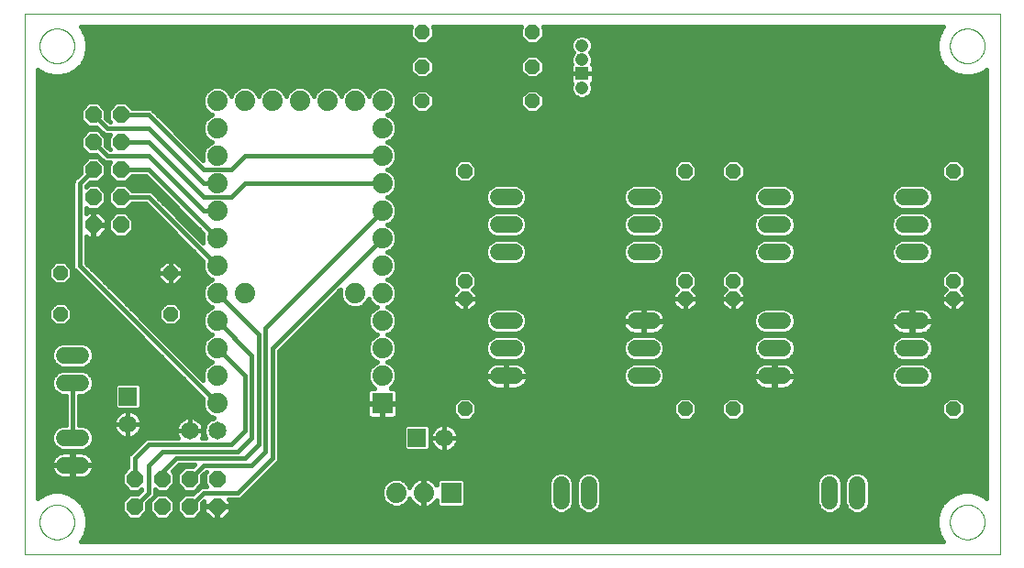
<source format=gtl>
G75*
%MOIN*%
%OFA0B0*%
%FSLAX25Y25*%
%IPPOS*%
%LPD*%
%AMOC8*
5,1,8,0,0,1.08239X$1,22.5*
%
%ADD10C,0.00000*%
%ADD11C,0.06000*%
%ADD12OC8,0.05200*%
%ADD13R,0.07400X0.07400*%
%ADD14C,0.07400*%
%ADD15OC8,0.06000*%
%ADD16C,0.06500*%
%ADD17R,0.06500X0.06500*%
%ADD18R,0.04756X0.04756*%
%ADD19C,0.04756*%
%ADD20C,0.01600*%
D10*
X0001800Y0003000D02*
X0001800Y0199850D01*
X0356131Y0199850D01*
X0356131Y0003000D01*
X0001800Y0003000D01*
X0007312Y0014811D02*
X0007314Y0014969D01*
X0007320Y0015127D01*
X0007330Y0015285D01*
X0007344Y0015443D01*
X0007362Y0015600D01*
X0007383Y0015757D01*
X0007409Y0015913D01*
X0007439Y0016069D01*
X0007472Y0016224D01*
X0007510Y0016377D01*
X0007551Y0016530D01*
X0007596Y0016682D01*
X0007645Y0016833D01*
X0007698Y0016982D01*
X0007754Y0017130D01*
X0007814Y0017276D01*
X0007878Y0017421D01*
X0007946Y0017564D01*
X0008017Y0017706D01*
X0008091Y0017846D01*
X0008169Y0017983D01*
X0008251Y0018119D01*
X0008335Y0018253D01*
X0008424Y0018384D01*
X0008515Y0018513D01*
X0008610Y0018640D01*
X0008707Y0018765D01*
X0008808Y0018887D01*
X0008912Y0019006D01*
X0009019Y0019123D01*
X0009129Y0019237D01*
X0009242Y0019348D01*
X0009357Y0019457D01*
X0009475Y0019562D01*
X0009596Y0019664D01*
X0009719Y0019764D01*
X0009845Y0019860D01*
X0009973Y0019953D01*
X0010103Y0020043D01*
X0010236Y0020129D01*
X0010371Y0020213D01*
X0010507Y0020292D01*
X0010646Y0020369D01*
X0010787Y0020441D01*
X0010929Y0020511D01*
X0011073Y0020576D01*
X0011219Y0020638D01*
X0011366Y0020696D01*
X0011515Y0020751D01*
X0011665Y0020802D01*
X0011816Y0020849D01*
X0011968Y0020892D01*
X0012121Y0020931D01*
X0012276Y0020967D01*
X0012431Y0020998D01*
X0012587Y0021026D01*
X0012743Y0021050D01*
X0012900Y0021070D01*
X0013058Y0021086D01*
X0013215Y0021098D01*
X0013374Y0021106D01*
X0013532Y0021110D01*
X0013690Y0021110D01*
X0013848Y0021106D01*
X0014007Y0021098D01*
X0014164Y0021086D01*
X0014322Y0021070D01*
X0014479Y0021050D01*
X0014635Y0021026D01*
X0014791Y0020998D01*
X0014946Y0020967D01*
X0015101Y0020931D01*
X0015254Y0020892D01*
X0015406Y0020849D01*
X0015557Y0020802D01*
X0015707Y0020751D01*
X0015856Y0020696D01*
X0016003Y0020638D01*
X0016149Y0020576D01*
X0016293Y0020511D01*
X0016435Y0020441D01*
X0016576Y0020369D01*
X0016715Y0020292D01*
X0016851Y0020213D01*
X0016986Y0020129D01*
X0017119Y0020043D01*
X0017249Y0019953D01*
X0017377Y0019860D01*
X0017503Y0019764D01*
X0017626Y0019664D01*
X0017747Y0019562D01*
X0017865Y0019457D01*
X0017980Y0019348D01*
X0018093Y0019237D01*
X0018203Y0019123D01*
X0018310Y0019006D01*
X0018414Y0018887D01*
X0018515Y0018765D01*
X0018612Y0018640D01*
X0018707Y0018513D01*
X0018798Y0018384D01*
X0018887Y0018253D01*
X0018971Y0018119D01*
X0019053Y0017983D01*
X0019131Y0017846D01*
X0019205Y0017706D01*
X0019276Y0017564D01*
X0019344Y0017421D01*
X0019408Y0017276D01*
X0019468Y0017130D01*
X0019524Y0016982D01*
X0019577Y0016833D01*
X0019626Y0016682D01*
X0019671Y0016530D01*
X0019712Y0016377D01*
X0019750Y0016224D01*
X0019783Y0016069D01*
X0019813Y0015913D01*
X0019839Y0015757D01*
X0019860Y0015600D01*
X0019878Y0015443D01*
X0019892Y0015285D01*
X0019902Y0015127D01*
X0019908Y0014969D01*
X0019910Y0014811D01*
X0019908Y0014653D01*
X0019902Y0014495D01*
X0019892Y0014337D01*
X0019878Y0014179D01*
X0019860Y0014022D01*
X0019839Y0013865D01*
X0019813Y0013709D01*
X0019783Y0013553D01*
X0019750Y0013398D01*
X0019712Y0013245D01*
X0019671Y0013092D01*
X0019626Y0012940D01*
X0019577Y0012789D01*
X0019524Y0012640D01*
X0019468Y0012492D01*
X0019408Y0012346D01*
X0019344Y0012201D01*
X0019276Y0012058D01*
X0019205Y0011916D01*
X0019131Y0011776D01*
X0019053Y0011639D01*
X0018971Y0011503D01*
X0018887Y0011369D01*
X0018798Y0011238D01*
X0018707Y0011109D01*
X0018612Y0010982D01*
X0018515Y0010857D01*
X0018414Y0010735D01*
X0018310Y0010616D01*
X0018203Y0010499D01*
X0018093Y0010385D01*
X0017980Y0010274D01*
X0017865Y0010165D01*
X0017747Y0010060D01*
X0017626Y0009958D01*
X0017503Y0009858D01*
X0017377Y0009762D01*
X0017249Y0009669D01*
X0017119Y0009579D01*
X0016986Y0009493D01*
X0016851Y0009409D01*
X0016715Y0009330D01*
X0016576Y0009253D01*
X0016435Y0009181D01*
X0016293Y0009111D01*
X0016149Y0009046D01*
X0016003Y0008984D01*
X0015856Y0008926D01*
X0015707Y0008871D01*
X0015557Y0008820D01*
X0015406Y0008773D01*
X0015254Y0008730D01*
X0015101Y0008691D01*
X0014946Y0008655D01*
X0014791Y0008624D01*
X0014635Y0008596D01*
X0014479Y0008572D01*
X0014322Y0008552D01*
X0014164Y0008536D01*
X0014007Y0008524D01*
X0013848Y0008516D01*
X0013690Y0008512D01*
X0013532Y0008512D01*
X0013374Y0008516D01*
X0013215Y0008524D01*
X0013058Y0008536D01*
X0012900Y0008552D01*
X0012743Y0008572D01*
X0012587Y0008596D01*
X0012431Y0008624D01*
X0012276Y0008655D01*
X0012121Y0008691D01*
X0011968Y0008730D01*
X0011816Y0008773D01*
X0011665Y0008820D01*
X0011515Y0008871D01*
X0011366Y0008926D01*
X0011219Y0008984D01*
X0011073Y0009046D01*
X0010929Y0009111D01*
X0010787Y0009181D01*
X0010646Y0009253D01*
X0010507Y0009330D01*
X0010371Y0009409D01*
X0010236Y0009493D01*
X0010103Y0009579D01*
X0009973Y0009669D01*
X0009845Y0009762D01*
X0009719Y0009858D01*
X0009596Y0009958D01*
X0009475Y0010060D01*
X0009357Y0010165D01*
X0009242Y0010274D01*
X0009129Y0010385D01*
X0009019Y0010499D01*
X0008912Y0010616D01*
X0008808Y0010735D01*
X0008707Y0010857D01*
X0008610Y0010982D01*
X0008515Y0011109D01*
X0008424Y0011238D01*
X0008335Y0011369D01*
X0008251Y0011503D01*
X0008169Y0011639D01*
X0008091Y0011776D01*
X0008017Y0011916D01*
X0007946Y0012058D01*
X0007878Y0012201D01*
X0007814Y0012346D01*
X0007754Y0012492D01*
X0007698Y0012640D01*
X0007645Y0012789D01*
X0007596Y0012940D01*
X0007551Y0013092D01*
X0007510Y0013245D01*
X0007472Y0013398D01*
X0007439Y0013553D01*
X0007409Y0013709D01*
X0007383Y0013865D01*
X0007362Y0014022D01*
X0007344Y0014179D01*
X0007330Y0014337D01*
X0007320Y0014495D01*
X0007314Y0014653D01*
X0007312Y0014811D01*
X0007312Y0188039D02*
X0007314Y0188197D01*
X0007320Y0188355D01*
X0007330Y0188513D01*
X0007344Y0188671D01*
X0007362Y0188828D01*
X0007383Y0188985D01*
X0007409Y0189141D01*
X0007439Y0189297D01*
X0007472Y0189452D01*
X0007510Y0189605D01*
X0007551Y0189758D01*
X0007596Y0189910D01*
X0007645Y0190061D01*
X0007698Y0190210D01*
X0007754Y0190358D01*
X0007814Y0190504D01*
X0007878Y0190649D01*
X0007946Y0190792D01*
X0008017Y0190934D01*
X0008091Y0191074D01*
X0008169Y0191211D01*
X0008251Y0191347D01*
X0008335Y0191481D01*
X0008424Y0191612D01*
X0008515Y0191741D01*
X0008610Y0191868D01*
X0008707Y0191993D01*
X0008808Y0192115D01*
X0008912Y0192234D01*
X0009019Y0192351D01*
X0009129Y0192465D01*
X0009242Y0192576D01*
X0009357Y0192685D01*
X0009475Y0192790D01*
X0009596Y0192892D01*
X0009719Y0192992D01*
X0009845Y0193088D01*
X0009973Y0193181D01*
X0010103Y0193271D01*
X0010236Y0193357D01*
X0010371Y0193441D01*
X0010507Y0193520D01*
X0010646Y0193597D01*
X0010787Y0193669D01*
X0010929Y0193739D01*
X0011073Y0193804D01*
X0011219Y0193866D01*
X0011366Y0193924D01*
X0011515Y0193979D01*
X0011665Y0194030D01*
X0011816Y0194077D01*
X0011968Y0194120D01*
X0012121Y0194159D01*
X0012276Y0194195D01*
X0012431Y0194226D01*
X0012587Y0194254D01*
X0012743Y0194278D01*
X0012900Y0194298D01*
X0013058Y0194314D01*
X0013215Y0194326D01*
X0013374Y0194334D01*
X0013532Y0194338D01*
X0013690Y0194338D01*
X0013848Y0194334D01*
X0014007Y0194326D01*
X0014164Y0194314D01*
X0014322Y0194298D01*
X0014479Y0194278D01*
X0014635Y0194254D01*
X0014791Y0194226D01*
X0014946Y0194195D01*
X0015101Y0194159D01*
X0015254Y0194120D01*
X0015406Y0194077D01*
X0015557Y0194030D01*
X0015707Y0193979D01*
X0015856Y0193924D01*
X0016003Y0193866D01*
X0016149Y0193804D01*
X0016293Y0193739D01*
X0016435Y0193669D01*
X0016576Y0193597D01*
X0016715Y0193520D01*
X0016851Y0193441D01*
X0016986Y0193357D01*
X0017119Y0193271D01*
X0017249Y0193181D01*
X0017377Y0193088D01*
X0017503Y0192992D01*
X0017626Y0192892D01*
X0017747Y0192790D01*
X0017865Y0192685D01*
X0017980Y0192576D01*
X0018093Y0192465D01*
X0018203Y0192351D01*
X0018310Y0192234D01*
X0018414Y0192115D01*
X0018515Y0191993D01*
X0018612Y0191868D01*
X0018707Y0191741D01*
X0018798Y0191612D01*
X0018887Y0191481D01*
X0018971Y0191347D01*
X0019053Y0191211D01*
X0019131Y0191074D01*
X0019205Y0190934D01*
X0019276Y0190792D01*
X0019344Y0190649D01*
X0019408Y0190504D01*
X0019468Y0190358D01*
X0019524Y0190210D01*
X0019577Y0190061D01*
X0019626Y0189910D01*
X0019671Y0189758D01*
X0019712Y0189605D01*
X0019750Y0189452D01*
X0019783Y0189297D01*
X0019813Y0189141D01*
X0019839Y0188985D01*
X0019860Y0188828D01*
X0019878Y0188671D01*
X0019892Y0188513D01*
X0019902Y0188355D01*
X0019908Y0188197D01*
X0019910Y0188039D01*
X0019908Y0187881D01*
X0019902Y0187723D01*
X0019892Y0187565D01*
X0019878Y0187407D01*
X0019860Y0187250D01*
X0019839Y0187093D01*
X0019813Y0186937D01*
X0019783Y0186781D01*
X0019750Y0186626D01*
X0019712Y0186473D01*
X0019671Y0186320D01*
X0019626Y0186168D01*
X0019577Y0186017D01*
X0019524Y0185868D01*
X0019468Y0185720D01*
X0019408Y0185574D01*
X0019344Y0185429D01*
X0019276Y0185286D01*
X0019205Y0185144D01*
X0019131Y0185004D01*
X0019053Y0184867D01*
X0018971Y0184731D01*
X0018887Y0184597D01*
X0018798Y0184466D01*
X0018707Y0184337D01*
X0018612Y0184210D01*
X0018515Y0184085D01*
X0018414Y0183963D01*
X0018310Y0183844D01*
X0018203Y0183727D01*
X0018093Y0183613D01*
X0017980Y0183502D01*
X0017865Y0183393D01*
X0017747Y0183288D01*
X0017626Y0183186D01*
X0017503Y0183086D01*
X0017377Y0182990D01*
X0017249Y0182897D01*
X0017119Y0182807D01*
X0016986Y0182721D01*
X0016851Y0182637D01*
X0016715Y0182558D01*
X0016576Y0182481D01*
X0016435Y0182409D01*
X0016293Y0182339D01*
X0016149Y0182274D01*
X0016003Y0182212D01*
X0015856Y0182154D01*
X0015707Y0182099D01*
X0015557Y0182048D01*
X0015406Y0182001D01*
X0015254Y0181958D01*
X0015101Y0181919D01*
X0014946Y0181883D01*
X0014791Y0181852D01*
X0014635Y0181824D01*
X0014479Y0181800D01*
X0014322Y0181780D01*
X0014164Y0181764D01*
X0014007Y0181752D01*
X0013848Y0181744D01*
X0013690Y0181740D01*
X0013532Y0181740D01*
X0013374Y0181744D01*
X0013215Y0181752D01*
X0013058Y0181764D01*
X0012900Y0181780D01*
X0012743Y0181800D01*
X0012587Y0181824D01*
X0012431Y0181852D01*
X0012276Y0181883D01*
X0012121Y0181919D01*
X0011968Y0181958D01*
X0011816Y0182001D01*
X0011665Y0182048D01*
X0011515Y0182099D01*
X0011366Y0182154D01*
X0011219Y0182212D01*
X0011073Y0182274D01*
X0010929Y0182339D01*
X0010787Y0182409D01*
X0010646Y0182481D01*
X0010507Y0182558D01*
X0010371Y0182637D01*
X0010236Y0182721D01*
X0010103Y0182807D01*
X0009973Y0182897D01*
X0009845Y0182990D01*
X0009719Y0183086D01*
X0009596Y0183186D01*
X0009475Y0183288D01*
X0009357Y0183393D01*
X0009242Y0183502D01*
X0009129Y0183613D01*
X0009019Y0183727D01*
X0008912Y0183844D01*
X0008808Y0183963D01*
X0008707Y0184085D01*
X0008610Y0184210D01*
X0008515Y0184337D01*
X0008424Y0184466D01*
X0008335Y0184597D01*
X0008251Y0184731D01*
X0008169Y0184867D01*
X0008091Y0185004D01*
X0008017Y0185144D01*
X0007946Y0185286D01*
X0007878Y0185429D01*
X0007814Y0185574D01*
X0007754Y0185720D01*
X0007698Y0185868D01*
X0007645Y0186017D01*
X0007596Y0186168D01*
X0007551Y0186320D01*
X0007510Y0186473D01*
X0007472Y0186626D01*
X0007439Y0186781D01*
X0007409Y0186937D01*
X0007383Y0187093D01*
X0007362Y0187250D01*
X0007344Y0187407D01*
X0007330Y0187565D01*
X0007320Y0187723D01*
X0007314Y0187881D01*
X0007312Y0188039D01*
X0338021Y0188039D02*
X0338023Y0188197D01*
X0338029Y0188355D01*
X0338039Y0188513D01*
X0338053Y0188671D01*
X0338071Y0188828D01*
X0338092Y0188985D01*
X0338118Y0189141D01*
X0338148Y0189297D01*
X0338181Y0189452D01*
X0338219Y0189605D01*
X0338260Y0189758D01*
X0338305Y0189910D01*
X0338354Y0190061D01*
X0338407Y0190210D01*
X0338463Y0190358D01*
X0338523Y0190504D01*
X0338587Y0190649D01*
X0338655Y0190792D01*
X0338726Y0190934D01*
X0338800Y0191074D01*
X0338878Y0191211D01*
X0338960Y0191347D01*
X0339044Y0191481D01*
X0339133Y0191612D01*
X0339224Y0191741D01*
X0339319Y0191868D01*
X0339416Y0191993D01*
X0339517Y0192115D01*
X0339621Y0192234D01*
X0339728Y0192351D01*
X0339838Y0192465D01*
X0339951Y0192576D01*
X0340066Y0192685D01*
X0340184Y0192790D01*
X0340305Y0192892D01*
X0340428Y0192992D01*
X0340554Y0193088D01*
X0340682Y0193181D01*
X0340812Y0193271D01*
X0340945Y0193357D01*
X0341080Y0193441D01*
X0341216Y0193520D01*
X0341355Y0193597D01*
X0341496Y0193669D01*
X0341638Y0193739D01*
X0341782Y0193804D01*
X0341928Y0193866D01*
X0342075Y0193924D01*
X0342224Y0193979D01*
X0342374Y0194030D01*
X0342525Y0194077D01*
X0342677Y0194120D01*
X0342830Y0194159D01*
X0342985Y0194195D01*
X0343140Y0194226D01*
X0343296Y0194254D01*
X0343452Y0194278D01*
X0343609Y0194298D01*
X0343767Y0194314D01*
X0343924Y0194326D01*
X0344083Y0194334D01*
X0344241Y0194338D01*
X0344399Y0194338D01*
X0344557Y0194334D01*
X0344716Y0194326D01*
X0344873Y0194314D01*
X0345031Y0194298D01*
X0345188Y0194278D01*
X0345344Y0194254D01*
X0345500Y0194226D01*
X0345655Y0194195D01*
X0345810Y0194159D01*
X0345963Y0194120D01*
X0346115Y0194077D01*
X0346266Y0194030D01*
X0346416Y0193979D01*
X0346565Y0193924D01*
X0346712Y0193866D01*
X0346858Y0193804D01*
X0347002Y0193739D01*
X0347144Y0193669D01*
X0347285Y0193597D01*
X0347424Y0193520D01*
X0347560Y0193441D01*
X0347695Y0193357D01*
X0347828Y0193271D01*
X0347958Y0193181D01*
X0348086Y0193088D01*
X0348212Y0192992D01*
X0348335Y0192892D01*
X0348456Y0192790D01*
X0348574Y0192685D01*
X0348689Y0192576D01*
X0348802Y0192465D01*
X0348912Y0192351D01*
X0349019Y0192234D01*
X0349123Y0192115D01*
X0349224Y0191993D01*
X0349321Y0191868D01*
X0349416Y0191741D01*
X0349507Y0191612D01*
X0349596Y0191481D01*
X0349680Y0191347D01*
X0349762Y0191211D01*
X0349840Y0191074D01*
X0349914Y0190934D01*
X0349985Y0190792D01*
X0350053Y0190649D01*
X0350117Y0190504D01*
X0350177Y0190358D01*
X0350233Y0190210D01*
X0350286Y0190061D01*
X0350335Y0189910D01*
X0350380Y0189758D01*
X0350421Y0189605D01*
X0350459Y0189452D01*
X0350492Y0189297D01*
X0350522Y0189141D01*
X0350548Y0188985D01*
X0350569Y0188828D01*
X0350587Y0188671D01*
X0350601Y0188513D01*
X0350611Y0188355D01*
X0350617Y0188197D01*
X0350619Y0188039D01*
X0350617Y0187881D01*
X0350611Y0187723D01*
X0350601Y0187565D01*
X0350587Y0187407D01*
X0350569Y0187250D01*
X0350548Y0187093D01*
X0350522Y0186937D01*
X0350492Y0186781D01*
X0350459Y0186626D01*
X0350421Y0186473D01*
X0350380Y0186320D01*
X0350335Y0186168D01*
X0350286Y0186017D01*
X0350233Y0185868D01*
X0350177Y0185720D01*
X0350117Y0185574D01*
X0350053Y0185429D01*
X0349985Y0185286D01*
X0349914Y0185144D01*
X0349840Y0185004D01*
X0349762Y0184867D01*
X0349680Y0184731D01*
X0349596Y0184597D01*
X0349507Y0184466D01*
X0349416Y0184337D01*
X0349321Y0184210D01*
X0349224Y0184085D01*
X0349123Y0183963D01*
X0349019Y0183844D01*
X0348912Y0183727D01*
X0348802Y0183613D01*
X0348689Y0183502D01*
X0348574Y0183393D01*
X0348456Y0183288D01*
X0348335Y0183186D01*
X0348212Y0183086D01*
X0348086Y0182990D01*
X0347958Y0182897D01*
X0347828Y0182807D01*
X0347695Y0182721D01*
X0347560Y0182637D01*
X0347424Y0182558D01*
X0347285Y0182481D01*
X0347144Y0182409D01*
X0347002Y0182339D01*
X0346858Y0182274D01*
X0346712Y0182212D01*
X0346565Y0182154D01*
X0346416Y0182099D01*
X0346266Y0182048D01*
X0346115Y0182001D01*
X0345963Y0181958D01*
X0345810Y0181919D01*
X0345655Y0181883D01*
X0345500Y0181852D01*
X0345344Y0181824D01*
X0345188Y0181800D01*
X0345031Y0181780D01*
X0344873Y0181764D01*
X0344716Y0181752D01*
X0344557Y0181744D01*
X0344399Y0181740D01*
X0344241Y0181740D01*
X0344083Y0181744D01*
X0343924Y0181752D01*
X0343767Y0181764D01*
X0343609Y0181780D01*
X0343452Y0181800D01*
X0343296Y0181824D01*
X0343140Y0181852D01*
X0342985Y0181883D01*
X0342830Y0181919D01*
X0342677Y0181958D01*
X0342525Y0182001D01*
X0342374Y0182048D01*
X0342224Y0182099D01*
X0342075Y0182154D01*
X0341928Y0182212D01*
X0341782Y0182274D01*
X0341638Y0182339D01*
X0341496Y0182409D01*
X0341355Y0182481D01*
X0341216Y0182558D01*
X0341080Y0182637D01*
X0340945Y0182721D01*
X0340812Y0182807D01*
X0340682Y0182897D01*
X0340554Y0182990D01*
X0340428Y0183086D01*
X0340305Y0183186D01*
X0340184Y0183288D01*
X0340066Y0183393D01*
X0339951Y0183502D01*
X0339838Y0183613D01*
X0339728Y0183727D01*
X0339621Y0183844D01*
X0339517Y0183963D01*
X0339416Y0184085D01*
X0339319Y0184210D01*
X0339224Y0184337D01*
X0339133Y0184466D01*
X0339044Y0184597D01*
X0338960Y0184731D01*
X0338878Y0184867D01*
X0338800Y0185004D01*
X0338726Y0185144D01*
X0338655Y0185286D01*
X0338587Y0185429D01*
X0338523Y0185574D01*
X0338463Y0185720D01*
X0338407Y0185868D01*
X0338354Y0186017D01*
X0338305Y0186168D01*
X0338260Y0186320D01*
X0338219Y0186473D01*
X0338181Y0186626D01*
X0338148Y0186781D01*
X0338118Y0186937D01*
X0338092Y0187093D01*
X0338071Y0187250D01*
X0338053Y0187407D01*
X0338039Y0187565D01*
X0338029Y0187723D01*
X0338023Y0187881D01*
X0338021Y0188039D01*
X0338021Y0014811D02*
X0338023Y0014969D01*
X0338029Y0015127D01*
X0338039Y0015285D01*
X0338053Y0015443D01*
X0338071Y0015600D01*
X0338092Y0015757D01*
X0338118Y0015913D01*
X0338148Y0016069D01*
X0338181Y0016224D01*
X0338219Y0016377D01*
X0338260Y0016530D01*
X0338305Y0016682D01*
X0338354Y0016833D01*
X0338407Y0016982D01*
X0338463Y0017130D01*
X0338523Y0017276D01*
X0338587Y0017421D01*
X0338655Y0017564D01*
X0338726Y0017706D01*
X0338800Y0017846D01*
X0338878Y0017983D01*
X0338960Y0018119D01*
X0339044Y0018253D01*
X0339133Y0018384D01*
X0339224Y0018513D01*
X0339319Y0018640D01*
X0339416Y0018765D01*
X0339517Y0018887D01*
X0339621Y0019006D01*
X0339728Y0019123D01*
X0339838Y0019237D01*
X0339951Y0019348D01*
X0340066Y0019457D01*
X0340184Y0019562D01*
X0340305Y0019664D01*
X0340428Y0019764D01*
X0340554Y0019860D01*
X0340682Y0019953D01*
X0340812Y0020043D01*
X0340945Y0020129D01*
X0341080Y0020213D01*
X0341216Y0020292D01*
X0341355Y0020369D01*
X0341496Y0020441D01*
X0341638Y0020511D01*
X0341782Y0020576D01*
X0341928Y0020638D01*
X0342075Y0020696D01*
X0342224Y0020751D01*
X0342374Y0020802D01*
X0342525Y0020849D01*
X0342677Y0020892D01*
X0342830Y0020931D01*
X0342985Y0020967D01*
X0343140Y0020998D01*
X0343296Y0021026D01*
X0343452Y0021050D01*
X0343609Y0021070D01*
X0343767Y0021086D01*
X0343924Y0021098D01*
X0344083Y0021106D01*
X0344241Y0021110D01*
X0344399Y0021110D01*
X0344557Y0021106D01*
X0344716Y0021098D01*
X0344873Y0021086D01*
X0345031Y0021070D01*
X0345188Y0021050D01*
X0345344Y0021026D01*
X0345500Y0020998D01*
X0345655Y0020967D01*
X0345810Y0020931D01*
X0345963Y0020892D01*
X0346115Y0020849D01*
X0346266Y0020802D01*
X0346416Y0020751D01*
X0346565Y0020696D01*
X0346712Y0020638D01*
X0346858Y0020576D01*
X0347002Y0020511D01*
X0347144Y0020441D01*
X0347285Y0020369D01*
X0347424Y0020292D01*
X0347560Y0020213D01*
X0347695Y0020129D01*
X0347828Y0020043D01*
X0347958Y0019953D01*
X0348086Y0019860D01*
X0348212Y0019764D01*
X0348335Y0019664D01*
X0348456Y0019562D01*
X0348574Y0019457D01*
X0348689Y0019348D01*
X0348802Y0019237D01*
X0348912Y0019123D01*
X0349019Y0019006D01*
X0349123Y0018887D01*
X0349224Y0018765D01*
X0349321Y0018640D01*
X0349416Y0018513D01*
X0349507Y0018384D01*
X0349596Y0018253D01*
X0349680Y0018119D01*
X0349762Y0017983D01*
X0349840Y0017846D01*
X0349914Y0017706D01*
X0349985Y0017564D01*
X0350053Y0017421D01*
X0350117Y0017276D01*
X0350177Y0017130D01*
X0350233Y0016982D01*
X0350286Y0016833D01*
X0350335Y0016682D01*
X0350380Y0016530D01*
X0350421Y0016377D01*
X0350459Y0016224D01*
X0350492Y0016069D01*
X0350522Y0015913D01*
X0350548Y0015757D01*
X0350569Y0015600D01*
X0350587Y0015443D01*
X0350601Y0015285D01*
X0350611Y0015127D01*
X0350617Y0014969D01*
X0350619Y0014811D01*
X0350617Y0014653D01*
X0350611Y0014495D01*
X0350601Y0014337D01*
X0350587Y0014179D01*
X0350569Y0014022D01*
X0350548Y0013865D01*
X0350522Y0013709D01*
X0350492Y0013553D01*
X0350459Y0013398D01*
X0350421Y0013245D01*
X0350380Y0013092D01*
X0350335Y0012940D01*
X0350286Y0012789D01*
X0350233Y0012640D01*
X0350177Y0012492D01*
X0350117Y0012346D01*
X0350053Y0012201D01*
X0349985Y0012058D01*
X0349914Y0011916D01*
X0349840Y0011776D01*
X0349762Y0011639D01*
X0349680Y0011503D01*
X0349596Y0011369D01*
X0349507Y0011238D01*
X0349416Y0011109D01*
X0349321Y0010982D01*
X0349224Y0010857D01*
X0349123Y0010735D01*
X0349019Y0010616D01*
X0348912Y0010499D01*
X0348802Y0010385D01*
X0348689Y0010274D01*
X0348574Y0010165D01*
X0348456Y0010060D01*
X0348335Y0009958D01*
X0348212Y0009858D01*
X0348086Y0009762D01*
X0347958Y0009669D01*
X0347828Y0009579D01*
X0347695Y0009493D01*
X0347560Y0009409D01*
X0347424Y0009330D01*
X0347285Y0009253D01*
X0347144Y0009181D01*
X0347002Y0009111D01*
X0346858Y0009046D01*
X0346712Y0008984D01*
X0346565Y0008926D01*
X0346416Y0008871D01*
X0346266Y0008820D01*
X0346115Y0008773D01*
X0345963Y0008730D01*
X0345810Y0008691D01*
X0345655Y0008655D01*
X0345500Y0008624D01*
X0345344Y0008596D01*
X0345188Y0008572D01*
X0345031Y0008552D01*
X0344873Y0008536D01*
X0344716Y0008524D01*
X0344557Y0008516D01*
X0344399Y0008512D01*
X0344241Y0008512D01*
X0344083Y0008516D01*
X0343924Y0008524D01*
X0343767Y0008536D01*
X0343609Y0008552D01*
X0343452Y0008572D01*
X0343296Y0008596D01*
X0343140Y0008624D01*
X0342985Y0008655D01*
X0342830Y0008691D01*
X0342677Y0008730D01*
X0342525Y0008773D01*
X0342374Y0008820D01*
X0342224Y0008871D01*
X0342075Y0008926D01*
X0341928Y0008984D01*
X0341782Y0009046D01*
X0341638Y0009111D01*
X0341496Y0009181D01*
X0341355Y0009253D01*
X0341216Y0009330D01*
X0341080Y0009409D01*
X0340945Y0009493D01*
X0340812Y0009579D01*
X0340682Y0009669D01*
X0340554Y0009762D01*
X0340428Y0009858D01*
X0340305Y0009958D01*
X0340184Y0010060D01*
X0340066Y0010165D01*
X0339951Y0010274D01*
X0339838Y0010385D01*
X0339728Y0010499D01*
X0339621Y0010616D01*
X0339517Y0010735D01*
X0339416Y0010857D01*
X0339319Y0010982D01*
X0339224Y0011109D01*
X0339133Y0011238D01*
X0339044Y0011369D01*
X0338960Y0011503D01*
X0338878Y0011639D01*
X0338800Y0011776D01*
X0338726Y0011916D01*
X0338655Y0012058D01*
X0338587Y0012201D01*
X0338523Y0012346D01*
X0338463Y0012492D01*
X0338407Y0012640D01*
X0338354Y0012789D01*
X0338305Y0012940D01*
X0338260Y0013092D01*
X0338219Y0013245D01*
X0338181Y0013398D01*
X0338148Y0013553D01*
X0338118Y0013709D01*
X0338092Y0013865D01*
X0338071Y0014022D01*
X0338053Y0014179D01*
X0338039Y0014337D01*
X0338029Y0014495D01*
X0338023Y0014653D01*
X0338021Y0014811D01*
D11*
X0304300Y0022500D02*
X0304300Y0028500D01*
X0294300Y0028500D02*
X0294300Y0022500D01*
X0277300Y0068000D02*
X0271300Y0068000D01*
X0271300Y0078000D02*
X0277300Y0078000D01*
X0277300Y0088000D02*
X0271300Y0088000D01*
X0229800Y0088000D02*
X0223800Y0088000D01*
X0223800Y0078000D02*
X0229800Y0078000D01*
X0229800Y0068000D02*
X0223800Y0068000D01*
X0179800Y0068000D02*
X0173800Y0068000D01*
X0173800Y0078000D02*
X0179800Y0078000D01*
X0179800Y0088000D02*
X0173800Y0088000D01*
X0173800Y0113000D02*
X0179800Y0113000D01*
X0179800Y0123000D02*
X0173800Y0123000D01*
X0173800Y0133000D02*
X0179800Y0133000D01*
X0223800Y0133000D02*
X0229800Y0133000D01*
X0229800Y0123000D02*
X0223800Y0123000D01*
X0223800Y0113000D02*
X0229800Y0113000D01*
X0271300Y0113000D02*
X0277300Y0113000D01*
X0277300Y0123000D02*
X0271300Y0123000D01*
X0271300Y0133000D02*
X0277300Y0133000D01*
X0321300Y0133000D02*
X0327300Y0133000D01*
X0327300Y0123000D02*
X0321300Y0123000D01*
X0321300Y0113000D02*
X0327300Y0113000D01*
X0327300Y0088000D02*
X0321300Y0088000D01*
X0321300Y0078000D02*
X0327300Y0078000D01*
X0327300Y0068000D02*
X0321300Y0068000D01*
X0206800Y0028500D02*
X0206800Y0022500D01*
X0196800Y0022500D02*
X0196800Y0028500D01*
X0022300Y0035500D02*
X0016300Y0035500D01*
X0016300Y0045500D02*
X0022300Y0045500D01*
X0022300Y0065500D02*
X0016300Y0065500D01*
X0016300Y0075500D02*
X0022300Y0075500D01*
D12*
X0014800Y0090500D03*
X0014800Y0105500D03*
X0054800Y0105500D03*
X0054800Y0090500D03*
X0161800Y0096000D03*
X0161800Y0102500D03*
X0161800Y0142500D03*
X0146300Y0168000D03*
X0146300Y0180500D03*
X0146300Y0193000D03*
X0186300Y0193000D03*
X0186300Y0180500D03*
X0186300Y0168000D03*
X0241800Y0142500D03*
X0259300Y0142500D03*
X0259300Y0102500D03*
X0259300Y0096000D03*
X0241800Y0096000D03*
X0241800Y0102500D03*
X0241800Y0056000D03*
X0259300Y0056000D03*
X0339300Y0056000D03*
X0339300Y0096000D03*
X0339300Y0102500D03*
X0339300Y0142500D03*
X0161800Y0056000D03*
D13*
X0131800Y0058000D03*
X0156800Y0025500D03*
D14*
X0146800Y0025500D03*
X0136800Y0025500D03*
X0071800Y0058000D03*
X0071800Y0068000D03*
X0071800Y0078000D03*
X0071800Y0088000D03*
X0071800Y0098000D03*
X0081800Y0098000D03*
X0071800Y0108000D03*
X0071800Y0118000D03*
X0071800Y0128000D03*
X0071800Y0138000D03*
X0071800Y0148000D03*
X0071800Y0158000D03*
X0071800Y0168000D03*
X0081800Y0168000D03*
X0091800Y0168000D03*
X0101800Y0168000D03*
X0111800Y0168000D03*
X0121800Y0168000D03*
X0131800Y0168000D03*
X0131800Y0158000D03*
X0131800Y0148000D03*
X0131800Y0138000D03*
X0131800Y0128000D03*
X0131800Y0118000D03*
X0131800Y0108000D03*
X0131800Y0098000D03*
X0121800Y0098000D03*
X0131800Y0088000D03*
X0131800Y0078000D03*
X0131800Y0068000D03*
D15*
X0071800Y0030500D03*
X0061800Y0030500D03*
X0051800Y0030500D03*
X0041800Y0030500D03*
X0041800Y0020500D03*
X0051800Y0020500D03*
X0061800Y0020500D03*
X0071800Y0020500D03*
X0036800Y0123000D03*
X0026800Y0123000D03*
X0026800Y0133000D03*
X0036800Y0133000D03*
X0036800Y0143000D03*
X0026800Y0143000D03*
X0026800Y0153000D03*
X0036800Y0153000D03*
X0036800Y0163000D03*
X0026800Y0163000D03*
D16*
X0039300Y0050500D03*
X0061800Y0048000D03*
X0071800Y0048000D03*
X0154300Y0045500D03*
D17*
X0144300Y0045500D03*
X0039300Y0060500D03*
D18*
X0204300Y0177941D03*
D19*
X0204300Y0172823D03*
X0204300Y0183059D03*
X0204300Y0188177D03*
D20*
X0200553Y0186829D02*
X0024710Y0186829D01*
X0024710Y0186578D02*
X0024710Y0189501D01*
X0023954Y0192323D01*
X0022493Y0194854D01*
X0022297Y0195050D01*
X0142411Y0195050D01*
X0142100Y0194740D01*
X0142100Y0191260D01*
X0144560Y0188800D01*
X0148040Y0188800D01*
X0150500Y0191260D01*
X0150500Y0194740D01*
X0150189Y0195050D01*
X0182411Y0195050D01*
X0182100Y0194740D01*
X0182100Y0191260D01*
X0184560Y0188800D01*
X0188040Y0188800D01*
X0190500Y0191260D01*
X0190500Y0194740D01*
X0190189Y0195050D01*
X0335634Y0195050D01*
X0335438Y0194854D01*
X0333977Y0192323D01*
X0333220Y0189501D01*
X0333220Y0186578D01*
X0333977Y0183755D01*
X0335438Y0181224D01*
X0337505Y0179158D01*
X0340036Y0177697D01*
X0342858Y0176940D01*
X0345781Y0176940D01*
X0348604Y0177697D01*
X0351135Y0179158D01*
X0351331Y0179354D01*
X0351331Y0023497D01*
X0351135Y0023693D01*
X0348604Y0025154D01*
X0345781Y0025910D01*
X0342858Y0025910D01*
X0340036Y0025154D01*
X0337505Y0023693D01*
X0335438Y0021626D01*
X0333977Y0019095D01*
X0333220Y0016272D01*
X0333220Y0013350D01*
X0333977Y0010527D01*
X0335438Y0007996D01*
X0335634Y0007800D01*
X0022297Y0007800D01*
X0022493Y0007996D01*
X0023954Y0010527D01*
X0024710Y0013350D01*
X0024710Y0016272D01*
X0023954Y0019095D01*
X0022493Y0021626D01*
X0020426Y0023693D01*
X0017895Y0025154D01*
X0015072Y0025910D01*
X0012150Y0025910D01*
X0009327Y0025154D01*
X0006796Y0023693D01*
X0006600Y0023497D01*
X0006600Y0179354D01*
X0006796Y0179158D01*
X0009327Y0177697D01*
X0012150Y0176940D01*
X0015072Y0176940D01*
X0017895Y0177697D01*
X0020426Y0179158D01*
X0022493Y0181224D01*
X0023954Y0183755D01*
X0024710Y0186578D01*
X0024349Y0185230D02*
X0200894Y0185230D01*
X0200928Y0185312D02*
X0200322Y0183850D01*
X0200322Y0182268D01*
X0200616Y0181558D01*
X0200482Y0181424D01*
X0200245Y0181014D01*
X0200122Y0180556D01*
X0200122Y0177941D01*
X0204300Y0177941D01*
X0208478Y0177941D01*
X0208478Y0180556D01*
X0208355Y0181014D01*
X0208118Y0181424D01*
X0207984Y0181558D01*
X0208278Y0182268D01*
X0208278Y0183850D01*
X0207672Y0185312D01*
X0207367Y0185618D01*
X0207672Y0185924D01*
X0208278Y0187386D01*
X0208278Y0188968D01*
X0207672Y0190430D01*
X0206553Y0191549D01*
X0205091Y0192155D01*
X0203509Y0192155D01*
X0202047Y0191549D01*
X0200928Y0190430D01*
X0200322Y0188968D01*
X0200322Y0187386D01*
X0200928Y0185924D01*
X0201233Y0185618D01*
X0200928Y0185312D01*
X0200322Y0183632D02*
X0189108Y0183632D01*
X0188040Y0184700D02*
X0184560Y0184700D01*
X0182100Y0182240D01*
X0182100Y0178760D01*
X0184560Y0176300D01*
X0188040Y0176300D01*
X0190500Y0178760D01*
X0190500Y0182240D01*
X0188040Y0184700D01*
X0183492Y0183632D02*
X0149108Y0183632D01*
X0148040Y0184700D02*
X0150500Y0182240D01*
X0150500Y0178760D01*
X0148040Y0176300D01*
X0144560Y0176300D01*
X0142100Y0178760D01*
X0142100Y0182240D01*
X0144560Y0184700D01*
X0148040Y0184700D01*
X0143492Y0183632D02*
X0023883Y0183632D01*
X0022960Y0182033D02*
X0142100Y0182033D01*
X0142100Y0180435D02*
X0021703Y0180435D01*
X0019869Y0178836D02*
X0142100Y0178836D01*
X0143623Y0177238D02*
X0016183Y0177238D01*
X0011039Y0177238D02*
X0006600Y0177238D01*
X0006600Y0178836D02*
X0007353Y0178836D01*
X0006600Y0175639D02*
X0200122Y0175639D01*
X0200122Y0175326D02*
X0200245Y0174868D01*
X0200482Y0174458D01*
X0200616Y0174324D01*
X0200322Y0173614D01*
X0200322Y0172032D01*
X0200928Y0170570D01*
X0202047Y0169450D01*
X0203509Y0168845D01*
X0205091Y0168845D01*
X0206553Y0169450D01*
X0207672Y0170570D01*
X0208278Y0172032D01*
X0208278Y0173614D01*
X0207984Y0174324D01*
X0208118Y0174458D01*
X0208355Y0174868D01*
X0208478Y0175326D01*
X0208478Y0177941D01*
X0204300Y0177941D01*
X0204300Y0177941D01*
X0204300Y0177941D01*
X0200122Y0177941D01*
X0200122Y0175326D01*
X0200499Y0174041D02*
X0006600Y0174041D01*
X0006600Y0172442D02*
X0068747Y0172442D01*
X0068798Y0172493D02*
X0067307Y0171002D01*
X0066500Y0169054D01*
X0066500Y0166946D01*
X0067307Y0164998D01*
X0068798Y0163507D01*
X0070022Y0163000D01*
X0068798Y0162493D01*
X0067307Y0161002D01*
X0066500Y0159054D01*
X0066500Y0156946D01*
X0067307Y0154998D01*
X0068798Y0153507D01*
X0070022Y0153000D01*
X0068798Y0152493D01*
X0067307Y0151002D01*
X0066500Y0149054D01*
X0066500Y0146946D01*
X0066678Y0146516D01*
X0048835Y0164359D01*
X0048835Y0164359D01*
X0048159Y0165035D01*
X0047277Y0165400D01*
X0040905Y0165400D01*
X0038705Y0167600D01*
X0034895Y0167600D01*
X0032200Y0164905D01*
X0032200Y0161095D01*
X0032895Y0160400D01*
X0032794Y0160400D01*
X0031400Y0161794D01*
X0031400Y0164905D01*
X0028705Y0167600D01*
X0024895Y0167600D01*
X0022200Y0164905D01*
X0022200Y0161095D01*
X0024895Y0158400D01*
X0028006Y0158400D01*
X0029765Y0156641D01*
X0029765Y0156641D01*
X0030441Y0155965D01*
X0031323Y0155600D01*
X0032895Y0155600D01*
X0032200Y0154905D01*
X0032200Y0151095D01*
X0032895Y0150400D01*
X0032794Y0150400D01*
X0031400Y0151794D01*
X0031400Y0154905D01*
X0028705Y0157600D01*
X0024895Y0157600D01*
X0022200Y0154905D01*
X0022200Y0151095D01*
X0024895Y0148400D01*
X0028006Y0148400D01*
X0029765Y0146641D01*
X0029765Y0146641D01*
X0030441Y0145965D01*
X0031323Y0145600D01*
X0032895Y0145600D01*
X0032200Y0144905D01*
X0032200Y0141095D01*
X0034895Y0138400D01*
X0038705Y0138400D01*
X0040905Y0140600D01*
X0045806Y0140600D01*
X0066749Y0119656D01*
X0066500Y0119054D01*
X0066500Y0116946D01*
X0066678Y0116516D01*
X0048835Y0134359D01*
X0048159Y0135035D01*
X0047277Y0135400D01*
X0040905Y0135400D01*
X0038705Y0137600D01*
X0034895Y0137600D01*
X0032200Y0134905D01*
X0032200Y0131095D01*
X0034895Y0128400D01*
X0038705Y0128400D01*
X0040905Y0130600D01*
X0045806Y0130600D01*
X0066749Y0109656D01*
X0066500Y0109054D01*
X0066500Y0106946D01*
X0067307Y0104998D01*
X0068798Y0103507D01*
X0070022Y0103000D01*
X0068798Y0102493D01*
X0067307Y0101002D01*
X0066500Y0099054D01*
X0066500Y0096946D01*
X0067307Y0094998D01*
X0068798Y0093507D01*
X0070022Y0093000D01*
X0068798Y0092493D01*
X0067307Y0091002D01*
X0066500Y0089054D01*
X0066500Y0086946D01*
X0067307Y0084998D01*
X0068798Y0083507D01*
X0070022Y0083000D01*
X0068798Y0082493D01*
X0067307Y0081002D01*
X0066500Y0079054D01*
X0066500Y0076946D01*
X0067307Y0074998D01*
X0068798Y0073507D01*
X0070022Y0073000D01*
X0068798Y0072493D01*
X0067307Y0071002D01*
X0066500Y0069054D01*
X0066500Y0066946D01*
X0066678Y0066516D01*
X0024200Y0108994D01*
X0024200Y0118812D01*
X0024812Y0118200D01*
X0026600Y0118200D01*
X0026600Y0122800D01*
X0027000Y0122800D01*
X0027000Y0123200D01*
X0026600Y0123200D01*
X0026600Y0127800D01*
X0024812Y0127800D01*
X0024200Y0127188D01*
X0024200Y0129095D01*
X0024895Y0128400D01*
X0028705Y0128400D01*
X0031400Y0131095D01*
X0031400Y0134905D01*
X0028705Y0137600D01*
X0024895Y0137600D01*
X0024200Y0136905D01*
X0024200Y0137006D01*
X0025594Y0138400D01*
X0028705Y0138400D01*
X0031400Y0141095D01*
X0031400Y0144905D01*
X0028705Y0147600D01*
X0024895Y0147600D01*
X0022200Y0144905D01*
X0022200Y0141794D01*
X0019765Y0139359D01*
X0019400Y0138477D01*
X0019400Y0107523D01*
X0019765Y0106641D01*
X0020441Y0105965D01*
X0066749Y0059656D01*
X0066500Y0059054D01*
X0066500Y0056946D01*
X0067307Y0054998D01*
X0068798Y0053507D01*
X0070609Y0052756D01*
X0069053Y0052112D01*
X0067688Y0050747D01*
X0066950Y0048965D01*
X0066950Y0047035D01*
X0067627Y0045400D01*
X0066143Y0045400D01*
X0066480Y0046061D01*
X0066726Y0046817D01*
X0066850Y0047603D01*
X0066850Y0048000D01*
X0066850Y0048397D01*
X0066726Y0049183D01*
X0066480Y0049939D01*
X0066119Y0050647D01*
X0065652Y0051290D01*
X0065090Y0051852D01*
X0064447Y0052319D01*
X0063739Y0052680D01*
X0062983Y0052926D01*
X0062197Y0053050D01*
X0061800Y0053050D01*
X0061800Y0048000D01*
X0061800Y0048000D01*
X0066850Y0048000D01*
X0061800Y0048000D01*
X0061800Y0048000D01*
X0061800Y0048000D01*
X0056750Y0048000D01*
X0056750Y0048397D01*
X0056874Y0049183D01*
X0057120Y0049939D01*
X0057481Y0050647D01*
X0057948Y0051290D01*
X0058510Y0051852D01*
X0059153Y0052319D01*
X0059861Y0052680D01*
X0060617Y0052926D01*
X0061403Y0053050D01*
X0061800Y0053050D01*
X0061800Y0048000D01*
X0056750Y0048000D01*
X0056750Y0047603D01*
X0056874Y0046817D01*
X0057120Y0046061D01*
X0057457Y0045400D01*
X0046323Y0045400D01*
X0045441Y0045035D01*
X0040441Y0040035D01*
X0039765Y0039359D01*
X0039400Y0038477D01*
X0039400Y0034605D01*
X0037200Y0032405D01*
X0037200Y0028595D01*
X0039895Y0025900D01*
X0043705Y0025900D01*
X0044400Y0026595D01*
X0044400Y0026494D01*
X0043006Y0025100D01*
X0039895Y0025100D01*
X0037200Y0022405D01*
X0037200Y0018595D01*
X0039895Y0015900D01*
X0043705Y0015900D01*
X0046400Y0018595D01*
X0046400Y0021706D01*
X0048835Y0024141D01*
X0049200Y0025023D01*
X0049200Y0026595D01*
X0049895Y0025900D01*
X0053705Y0025900D01*
X0056400Y0028595D01*
X0056400Y0032405D01*
X0055500Y0033306D01*
X0057794Y0035600D01*
X0063506Y0035600D01*
X0063006Y0035100D01*
X0059895Y0035100D01*
X0057200Y0032405D01*
X0057200Y0028595D01*
X0059895Y0025900D01*
X0063705Y0025900D01*
X0066400Y0028595D01*
X0066400Y0031706D01*
X0067794Y0033100D01*
X0067895Y0033100D01*
X0067200Y0032405D01*
X0067200Y0028595D01*
X0067895Y0027900D01*
X0066323Y0027900D01*
X0065441Y0027535D01*
X0063006Y0025100D01*
X0059895Y0025100D01*
X0057200Y0022405D01*
X0057200Y0018595D01*
X0059895Y0015900D01*
X0063705Y0015900D01*
X0066400Y0018595D01*
X0066400Y0021706D01*
X0067000Y0022306D01*
X0067000Y0020700D01*
X0071600Y0020700D01*
X0071600Y0020300D01*
X0072000Y0020300D01*
X0072000Y0020700D01*
X0076600Y0020700D01*
X0076600Y0022488D01*
X0075988Y0023100D01*
X0079777Y0023100D01*
X0080659Y0023465D01*
X0093835Y0036641D01*
X0094200Y0037523D01*
X0094200Y0077006D01*
X0116678Y0099484D01*
X0116500Y0099054D01*
X0116500Y0096946D01*
X0117307Y0094998D01*
X0118798Y0093507D01*
X0120746Y0092700D01*
X0122854Y0092700D01*
X0124802Y0093507D01*
X0126293Y0094998D01*
X0126800Y0096222D01*
X0127307Y0094998D01*
X0128798Y0093507D01*
X0130022Y0093000D01*
X0128798Y0092493D01*
X0127307Y0091002D01*
X0126500Y0089054D01*
X0126500Y0086946D01*
X0127307Y0084998D01*
X0128798Y0083507D01*
X0130022Y0083000D01*
X0128798Y0082493D01*
X0127307Y0081002D01*
X0126500Y0079054D01*
X0126500Y0076946D01*
X0127307Y0074998D01*
X0128798Y0073507D01*
X0130022Y0073000D01*
X0128798Y0072493D01*
X0127307Y0071002D01*
X0126500Y0069054D01*
X0126500Y0066946D01*
X0127307Y0064998D01*
X0128798Y0063507D01*
X0128814Y0063500D01*
X0127863Y0063500D01*
X0127405Y0063377D01*
X0126995Y0063140D01*
X0126660Y0062805D01*
X0126423Y0062395D01*
X0126300Y0061937D01*
X0126300Y0058200D01*
X0131600Y0058200D01*
X0131600Y0057800D01*
X0132000Y0057800D01*
X0132000Y0058200D01*
X0137300Y0058200D01*
X0137300Y0061937D01*
X0137177Y0062395D01*
X0136940Y0062805D01*
X0136605Y0063140D01*
X0136195Y0063377D01*
X0135737Y0063500D01*
X0134786Y0063500D01*
X0134802Y0063507D01*
X0136293Y0064998D01*
X0137100Y0066946D01*
X0137100Y0069054D01*
X0136293Y0071002D01*
X0134802Y0072493D01*
X0133578Y0073000D01*
X0134802Y0073507D01*
X0136293Y0074998D01*
X0137100Y0076946D01*
X0137100Y0079054D01*
X0136293Y0081002D01*
X0134802Y0082493D01*
X0133578Y0083000D01*
X0134802Y0083507D01*
X0136293Y0084998D01*
X0137100Y0086946D01*
X0137100Y0089054D01*
X0136293Y0091002D01*
X0134802Y0092493D01*
X0133578Y0093000D01*
X0134802Y0093507D01*
X0136293Y0094998D01*
X0137100Y0096946D01*
X0137100Y0099054D01*
X0136293Y0101002D01*
X0134802Y0102493D01*
X0133578Y0103000D01*
X0134802Y0103507D01*
X0136293Y0104998D01*
X0137100Y0106946D01*
X0137100Y0109054D01*
X0136293Y0111002D01*
X0134802Y0112493D01*
X0133578Y0113000D01*
X0134802Y0113507D01*
X0136293Y0114998D01*
X0137100Y0116946D01*
X0137100Y0119054D01*
X0136293Y0121002D01*
X0134802Y0122493D01*
X0133578Y0123000D01*
X0134802Y0123507D01*
X0136293Y0124998D01*
X0137100Y0126946D01*
X0137100Y0129054D01*
X0136293Y0131002D01*
X0134802Y0132493D01*
X0133578Y0133000D01*
X0134802Y0133507D01*
X0136293Y0134998D01*
X0137100Y0136946D01*
X0137100Y0139054D01*
X0136293Y0141002D01*
X0134802Y0142493D01*
X0133578Y0143000D01*
X0134802Y0143507D01*
X0136293Y0144998D01*
X0137100Y0146946D01*
X0137100Y0149054D01*
X0136293Y0151002D01*
X0134802Y0152493D01*
X0133578Y0153000D01*
X0134802Y0153507D01*
X0136293Y0154998D01*
X0137100Y0156946D01*
X0137100Y0159054D01*
X0136293Y0161002D01*
X0134802Y0162493D01*
X0133578Y0163000D01*
X0134802Y0163507D01*
X0136293Y0164998D01*
X0137100Y0166946D01*
X0137100Y0169054D01*
X0136293Y0171002D01*
X0134802Y0172493D01*
X0132854Y0173300D01*
X0130746Y0173300D01*
X0128798Y0172493D01*
X0127307Y0171002D01*
X0126800Y0169778D01*
X0126293Y0171002D01*
X0124802Y0172493D01*
X0122854Y0173300D01*
X0120746Y0173300D01*
X0118798Y0172493D01*
X0117307Y0171002D01*
X0116800Y0169778D01*
X0116293Y0171002D01*
X0114802Y0172493D01*
X0112854Y0173300D01*
X0110746Y0173300D01*
X0108798Y0172493D01*
X0107307Y0171002D01*
X0106800Y0169778D01*
X0106293Y0171002D01*
X0104802Y0172493D01*
X0102854Y0173300D01*
X0100746Y0173300D01*
X0098798Y0172493D01*
X0097307Y0171002D01*
X0096800Y0169778D01*
X0096293Y0171002D01*
X0094802Y0172493D01*
X0092854Y0173300D01*
X0090746Y0173300D01*
X0088798Y0172493D01*
X0087307Y0171002D01*
X0086800Y0169778D01*
X0086293Y0171002D01*
X0084802Y0172493D01*
X0082854Y0173300D01*
X0080746Y0173300D01*
X0078798Y0172493D01*
X0077307Y0171002D01*
X0076800Y0169778D01*
X0076293Y0171002D01*
X0074802Y0172493D01*
X0072854Y0173300D01*
X0070746Y0173300D01*
X0068798Y0172493D01*
X0067241Y0170844D02*
X0006600Y0170844D01*
X0006600Y0169245D02*
X0066579Y0169245D01*
X0066500Y0167647D02*
X0006600Y0167647D01*
X0006600Y0166048D02*
X0023343Y0166048D01*
X0022200Y0164450D02*
X0006600Y0164450D01*
X0006600Y0162851D02*
X0022200Y0162851D01*
X0022200Y0161253D02*
X0006600Y0161253D01*
X0006600Y0159654D02*
X0023641Y0159654D01*
X0023752Y0156457D02*
X0006600Y0156457D01*
X0006600Y0154859D02*
X0022200Y0154859D01*
X0022200Y0153260D02*
X0006600Y0153260D01*
X0006600Y0151662D02*
X0022200Y0151662D01*
X0023232Y0150063D02*
X0006600Y0150063D01*
X0006600Y0148465D02*
X0024830Y0148465D01*
X0024161Y0146866D02*
X0006600Y0146866D01*
X0006600Y0145268D02*
X0022562Y0145268D01*
X0022200Y0143669D02*
X0006600Y0143669D01*
X0006600Y0142070D02*
X0022200Y0142070D01*
X0020878Y0140472D02*
X0006600Y0140472D01*
X0006600Y0138873D02*
X0019564Y0138873D01*
X0019400Y0137275D02*
X0006600Y0137275D01*
X0006600Y0135676D02*
X0019400Y0135676D01*
X0019400Y0134078D02*
X0006600Y0134078D01*
X0006600Y0132479D02*
X0019400Y0132479D01*
X0019400Y0130881D02*
X0006600Y0130881D01*
X0006600Y0129282D02*
X0019400Y0129282D01*
X0019400Y0127684D02*
X0006600Y0127684D01*
X0006600Y0126085D02*
X0019400Y0126085D01*
X0019400Y0124487D02*
X0006600Y0124487D01*
X0006600Y0122888D02*
X0019400Y0122888D01*
X0019400Y0121290D02*
X0006600Y0121290D01*
X0006600Y0119691D02*
X0019400Y0119691D01*
X0019400Y0118093D02*
X0006600Y0118093D01*
X0006600Y0116494D02*
X0019400Y0116494D01*
X0019400Y0114896D02*
X0006600Y0114896D01*
X0006600Y0113297D02*
X0019400Y0113297D01*
X0019400Y0111699D02*
X0006600Y0111699D01*
X0006600Y0110100D02*
X0019400Y0110100D01*
X0019400Y0108502D02*
X0017738Y0108502D01*
X0016540Y0109700D02*
X0013060Y0109700D01*
X0010600Y0107240D01*
X0010600Y0103760D01*
X0013060Y0101300D01*
X0016540Y0101300D01*
X0019000Y0103760D01*
X0019000Y0107240D01*
X0016540Y0109700D01*
X0011862Y0108502D02*
X0006600Y0108502D01*
X0006600Y0106903D02*
X0010600Y0106903D01*
X0010600Y0105305D02*
X0006600Y0105305D01*
X0006600Y0103706D02*
X0010654Y0103706D01*
X0012253Y0102108D02*
X0006600Y0102108D01*
X0006600Y0100509D02*
X0025897Y0100509D01*
X0027495Y0098911D02*
X0006600Y0098911D01*
X0006600Y0097312D02*
X0029094Y0097312D01*
X0030692Y0095714D02*
X0006600Y0095714D01*
X0006600Y0094115D02*
X0012475Y0094115D01*
X0013060Y0094700D02*
X0010600Y0092240D01*
X0010600Y0088760D01*
X0013060Y0086300D01*
X0016540Y0086300D01*
X0019000Y0088760D01*
X0019000Y0092240D01*
X0016540Y0094700D01*
X0013060Y0094700D01*
X0010877Y0092517D02*
X0006600Y0092517D01*
X0006600Y0090918D02*
X0010600Y0090918D01*
X0010600Y0089320D02*
X0006600Y0089320D01*
X0006600Y0087721D02*
X0011639Y0087721D01*
X0006600Y0086123D02*
X0040283Y0086123D01*
X0038685Y0087721D02*
X0017961Y0087721D01*
X0019000Y0089320D02*
X0037086Y0089320D01*
X0035488Y0090918D02*
X0019000Y0090918D01*
X0018723Y0092517D02*
X0033889Y0092517D01*
X0032291Y0094115D02*
X0017125Y0094115D01*
X0017347Y0102108D02*
X0024298Y0102108D01*
X0022700Y0103706D02*
X0018946Y0103706D01*
X0019000Y0105305D02*
X0021101Y0105305D01*
X0019657Y0106903D02*
X0019000Y0106903D01*
X0021800Y0108000D02*
X0021800Y0138000D01*
X0026800Y0143000D01*
X0031400Y0143669D02*
X0032200Y0143669D01*
X0032200Y0142070D02*
X0031400Y0142070D01*
X0030777Y0140472D02*
X0032823Y0140472D01*
X0034421Y0138873D02*
X0029179Y0138873D01*
X0029030Y0137275D02*
X0034570Y0137275D01*
X0032971Y0135676D02*
X0030629Y0135676D01*
X0031400Y0134078D02*
X0032200Y0134078D01*
X0032200Y0132479D02*
X0031400Y0132479D01*
X0031186Y0130881D02*
X0032414Y0130881D01*
X0034012Y0129282D02*
X0029588Y0129282D01*
X0028788Y0127800D02*
X0027000Y0127800D01*
X0027000Y0123200D01*
X0031600Y0123200D01*
X0031600Y0124988D01*
X0028788Y0127800D01*
X0028904Y0127684D02*
X0048722Y0127684D01*
X0047123Y0129282D02*
X0039588Y0129282D01*
X0038705Y0127600D02*
X0034895Y0127600D01*
X0032200Y0124905D01*
X0032200Y0121095D01*
X0034895Y0118400D01*
X0038705Y0118400D01*
X0041400Y0121095D01*
X0041400Y0124905D01*
X0038705Y0127600D01*
X0040220Y0126085D02*
X0050321Y0126085D01*
X0051919Y0124487D02*
X0041400Y0124487D01*
X0041400Y0122888D02*
X0053518Y0122888D01*
X0055116Y0121290D02*
X0041400Y0121290D01*
X0039997Y0119691D02*
X0056715Y0119691D01*
X0058313Y0118093D02*
X0024200Y0118093D01*
X0024200Y0116494D02*
X0059912Y0116494D01*
X0061510Y0114896D02*
X0024200Y0114896D01*
X0024200Y0113297D02*
X0063109Y0113297D01*
X0064707Y0111699D02*
X0024200Y0111699D01*
X0024200Y0110100D02*
X0066306Y0110100D01*
X0066500Y0108502D02*
X0058021Y0108502D01*
X0059200Y0107323D02*
X0056623Y0109900D01*
X0054800Y0109900D01*
X0054800Y0105500D01*
X0059200Y0105500D01*
X0059200Y0107323D01*
X0059200Y0106903D02*
X0066518Y0106903D01*
X0067180Y0105305D02*
X0059200Y0105305D01*
X0059200Y0105500D02*
X0054800Y0105500D01*
X0054800Y0105500D01*
X0054800Y0105500D01*
X0054800Y0101100D01*
X0056623Y0101100D01*
X0059200Y0103677D01*
X0059200Y0105500D01*
X0059200Y0103706D02*
X0068598Y0103706D01*
X0068412Y0102108D02*
X0057630Y0102108D01*
X0054800Y0102108D02*
X0054800Y0102108D01*
X0054800Y0101100D02*
X0052977Y0101100D01*
X0050400Y0103677D01*
X0050400Y0105500D01*
X0054800Y0105500D01*
X0054800Y0105500D01*
X0054800Y0105500D01*
X0054800Y0109900D01*
X0052977Y0109900D01*
X0050400Y0107323D01*
X0050400Y0105500D01*
X0054800Y0105500D01*
X0054800Y0101100D01*
X0051970Y0102108D02*
X0031086Y0102108D01*
X0029488Y0103706D02*
X0050400Y0103706D01*
X0050400Y0105305D02*
X0027889Y0105305D01*
X0026291Y0106903D02*
X0050400Y0106903D01*
X0051579Y0108502D02*
X0024692Y0108502D01*
X0021800Y0108000D02*
X0071800Y0058000D01*
X0068152Y0054152D02*
X0042789Y0054152D01*
X0042590Y0054352D02*
X0041947Y0054819D01*
X0041239Y0055180D01*
X0040483Y0055426D01*
X0039697Y0055550D01*
X0039300Y0055550D01*
X0039300Y0050500D01*
X0039300Y0050500D01*
X0044350Y0050500D01*
X0044350Y0050897D01*
X0044226Y0051683D01*
X0043980Y0052439D01*
X0043619Y0053147D01*
X0043152Y0053790D01*
X0042590Y0054352D01*
X0043213Y0055650D02*
X0044150Y0056587D01*
X0044150Y0064413D01*
X0043213Y0065350D01*
X0035387Y0065350D01*
X0034450Y0064413D01*
X0034450Y0056587D01*
X0035387Y0055650D01*
X0043213Y0055650D01*
X0043314Y0055751D02*
X0066995Y0055751D01*
X0066500Y0057349D02*
X0044150Y0057349D01*
X0044150Y0058948D02*
X0066500Y0058948D01*
X0065859Y0060546D02*
X0044150Y0060546D01*
X0044150Y0062145D02*
X0064261Y0062145D01*
X0062662Y0063743D02*
X0044150Y0063743D01*
X0043221Y0065342D02*
X0061064Y0065342D01*
X0059465Y0066940D02*
X0026682Y0066940D01*
X0026900Y0066415D02*
X0026200Y0068106D01*
X0024906Y0069400D01*
X0023215Y0070100D01*
X0015385Y0070100D01*
X0013694Y0069400D01*
X0012400Y0068106D01*
X0011700Y0066415D01*
X0011700Y0064585D01*
X0012400Y0062894D01*
X0013694Y0061600D01*
X0015385Y0060900D01*
X0016900Y0060900D01*
X0016900Y0050100D01*
X0015385Y0050100D01*
X0013694Y0049400D01*
X0012400Y0048106D01*
X0011700Y0046415D01*
X0011700Y0044585D01*
X0012400Y0042894D01*
X0013694Y0041600D01*
X0015385Y0040900D01*
X0023215Y0040900D01*
X0024906Y0041600D01*
X0026200Y0042894D01*
X0026900Y0044585D01*
X0026900Y0046415D01*
X0026200Y0048106D01*
X0024906Y0049400D01*
X0023215Y0050100D01*
X0021700Y0050100D01*
X0021700Y0060900D01*
X0023215Y0060900D01*
X0024906Y0061600D01*
X0026200Y0062894D01*
X0026900Y0064585D01*
X0026900Y0066415D01*
X0026900Y0065342D02*
X0035379Y0065342D01*
X0034450Y0063743D02*
X0026551Y0063743D01*
X0025450Y0062145D02*
X0034450Y0062145D01*
X0034450Y0060546D02*
X0021700Y0060546D01*
X0021700Y0058948D02*
X0034450Y0058948D01*
X0034450Y0057349D02*
X0021700Y0057349D01*
X0021700Y0055751D02*
X0035286Y0055751D01*
X0036010Y0054352D02*
X0035448Y0053790D01*
X0034981Y0053147D01*
X0034620Y0052439D01*
X0034374Y0051683D01*
X0034250Y0050897D01*
X0034250Y0050500D01*
X0039300Y0050500D01*
X0039300Y0050500D01*
X0039300Y0050500D01*
X0039300Y0055550D01*
X0038903Y0055550D01*
X0038117Y0055426D01*
X0037361Y0055180D01*
X0036653Y0054819D01*
X0036010Y0054352D01*
X0035811Y0054152D02*
X0021700Y0054152D01*
X0021700Y0052554D02*
X0034679Y0052554D01*
X0034259Y0050955D02*
X0021700Y0050955D01*
X0024949Y0049357D02*
X0034368Y0049357D01*
X0034374Y0049317D02*
X0034620Y0048561D01*
X0034981Y0047853D01*
X0035448Y0047210D01*
X0036010Y0046648D01*
X0036653Y0046181D01*
X0037361Y0045820D01*
X0038117Y0045574D01*
X0038903Y0045450D01*
X0039300Y0045450D01*
X0039697Y0045450D01*
X0040483Y0045574D01*
X0041239Y0045820D01*
X0041947Y0046181D01*
X0042590Y0046648D01*
X0043152Y0047210D01*
X0043619Y0047853D01*
X0043980Y0048561D01*
X0044226Y0049317D01*
X0044350Y0050103D01*
X0044350Y0050500D01*
X0039300Y0050500D01*
X0039300Y0045450D01*
X0039300Y0050500D01*
X0039300Y0050500D01*
X0034250Y0050500D01*
X0034250Y0050103D01*
X0034374Y0049317D01*
X0035050Y0047758D02*
X0026344Y0047758D01*
X0026900Y0046160D02*
X0036695Y0046160D01*
X0039300Y0046160D02*
X0039300Y0046160D01*
X0039300Y0047758D02*
X0039300Y0047758D01*
X0039300Y0049357D02*
X0039300Y0049357D01*
X0039300Y0050955D02*
X0039300Y0050955D01*
X0039300Y0052554D02*
X0039300Y0052554D01*
X0039300Y0054152D02*
X0039300Y0054152D01*
X0043921Y0052554D02*
X0059614Y0052554D01*
X0061800Y0052554D02*
X0061800Y0052554D01*
X0061800Y0050955D02*
X0061800Y0050955D01*
X0061800Y0049357D02*
X0061800Y0049357D01*
X0063986Y0052554D02*
X0070120Y0052554D01*
X0067896Y0050955D02*
X0065895Y0050955D01*
X0066669Y0049357D02*
X0067112Y0049357D01*
X0066950Y0047758D02*
X0066850Y0047758D01*
X0066512Y0046160D02*
X0067313Y0046160D01*
X0076800Y0043000D02*
X0046800Y0043000D01*
X0041800Y0038000D01*
X0041800Y0030500D01*
X0037200Y0030175D02*
X0006600Y0030175D01*
X0006600Y0031773D02*
X0013263Y0031773D01*
X0013173Y0031839D02*
X0013784Y0031395D01*
X0014457Y0031052D01*
X0015176Y0030818D01*
X0015922Y0030700D01*
X0019100Y0030700D01*
X0019100Y0035300D01*
X0019500Y0035300D01*
X0019500Y0035700D01*
X0019100Y0035700D01*
X0019100Y0040300D01*
X0015922Y0040300D01*
X0015176Y0040182D01*
X0014457Y0039948D01*
X0013784Y0039605D01*
X0013173Y0039161D01*
X0012639Y0038627D01*
X0012195Y0038016D01*
X0011852Y0037343D01*
X0011618Y0036624D01*
X0011500Y0035878D01*
X0011500Y0035700D01*
X0019100Y0035700D01*
X0019100Y0035300D01*
X0011500Y0035300D01*
X0011500Y0035122D01*
X0011618Y0034376D01*
X0011852Y0033657D01*
X0012195Y0032984D01*
X0012639Y0032373D01*
X0013173Y0031839D01*
X0011997Y0033372D02*
X0006600Y0033372D01*
X0006600Y0034970D02*
X0011524Y0034970D01*
X0011609Y0036569D02*
X0006600Y0036569D01*
X0006600Y0038167D02*
X0012305Y0038167D01*
X0014099Y0039766D02*
X0006600Y0039766D01*
X0006600Y0041364D02*
X0014264Y0041364D01*
X0012372Y0042963D02*
X0006600Y0042963D01*
X0006600Y0044561D02*
X0011710Y0044561D01*
X0011700Y0046160D02*
X0006600Y0046160D01*
X0006600Y0047758D02*
X0012256Y0047758D01*
X0013651Y0049357D02*
X0006600Y0049357D01*
X0006600Y0050955D02*
X0016900Y0050955D01*
X0016900Y0052554D02*
X0006600Y0052554D01*
X0006600Y0054152D02*
X0016900Y0054152D01*
X0016900Y0055751D02*
X0006600Y0055751D01*
X0006600Y0057349D02*
X0016900Y0057349D01*
X0016900Y0058948D02*
X0006600Y0058948D01*
X0006600Y0060546D02*
X0016900Y0060546D01*
X0013150Y0062145D02*
X0006600Y0062145D01*
X0006600Y0063743D02*
X0012049Y0063743D01*
X0011700Y0065342D02*
X0006600Y0065342D01*
X0006600Y0066940D02*
X0011918Y0066940D01*
X0012834Y0068539D02*
X0006600Y0068539D01*
X0006600Y0070137D02*
X0056268Y0070137D01*
X0057867Y0068539D02*
X0025766Y0068539D01*
X0024906Y0071600D02*
X0026200Y0072894D01*
X0026900Y0074585D01*
X0026900Y0076415D01*
X0026200Y0078106D01*
X0024906Y0079400D01*
X0023215Y0080100D01*
X0015385Y0080100D01*
X0013694Y0079400D01*
X0012400Y0078106D01*
X0011700Y0076415D01*
X0011700Y0074585D01*
X0012400Y0072894D01*
X0013694Y0071600D01*
X0015385Y0070900D01*
X0023215Y0070900D01*
X0024906Y0071600D01*
X0025041Y0071736D02*
X0054670Y0071736D01*
X0053071Y0073334D02*
X0026382Y0073334D01*
X0026900Y0074933D02*
X0051473Y0074933D01*
X0049874Y0076532D02*
X0026852Y0076532D01*
X0026175Y0078130D02*
X0048276Y0078130D01*
X0046677Y0079729D02*
X0024112Y0079729D01*
X0014488Y0079729D02*
X0006600Y0079729D01*
X0006600Y0081327D02*
X0045079Y0081327D01*
X0043480Y0082926D02*
X0006600Y0082926D01*
X0006600Y0084524D02*
X0041882Y0084524D01*
X0045473Y0087721D02*
X0051639Y0087721D01*
X0050600Y0088760D02*
X0053060Y0086300D01*
X0056540Y0086300D01*
X0059000Y0088760D01*
X0059000Y0092240D01*
X0056540Y0094700D01*
X0053060Y0094700D01*
X0050600Y0092240D01*
X0050600Y0088760D01*
X0050600Y0089320D02*
X0043874Y0089320D01*
X0042276Y0090918D02*
X0050600Y0090918D01*
X0050877Y0092517D02*
X0040677Y0092517D01*
X0039079Y0094115D02*
X0052475Y0094115D01*
X0057125Y0094115D02*
X0068190Y0094115D01*
X0068855Y0092517D02*
X0058723Y0092517D01*
X0059000Y0090918D02*
X0067272Y0090918D01*
X0066610Y0089320D02*
X0059000Y0089320D01*
X0057961Y0087721D02*
X0066500Y0087721D01*
X0066841Y0086123D02*
X0047072Y0086123D01*
X0048670Y0084524D02*
X0067781Y0084524D01*
X0069842Y0082926D02*
X0050269Y0082926D01*
X0051867Y0081327D02*
X0067632Y0081327D01*
X0066779Y0079729D02*
X0053466Y0079729D01*
X0055064Y0078130D02*
X0066500Y0078130D01*
X0066672Y0076532D02*
X0056663Y0076532D01*
X0058261Y0074933D02*
X0067372Y0074933D01*
X0069214Y0073334D02*
X0059860Y0073334D01*
X0061458Y0071736D02*
X0068041Y0071736D01*
X0066949Y0070137D02*
X0063057Y0070137D01*
X0064655Y0068539D02*
X0066500Y0068539D01*
X0066502Y0066940D02*
X0066254Y0066940D01*
X0071800Y0078000D02*
X0081800Y0068000D01*
X0081800Y0048000D01*
X0076800Y0043000D01*
X0079300Y0040500D02*
X0051800Y0040500D01*
X0046800Y0035500D01*
X0046800Y0025500D01*
X0041800Y0020500D01*
X0038575Y0023781D02*
X0020274Y0023781D01*
X0021937Y0022182D02*
X0037200Y0022182D01*
X0037200Y0020584D02*
X0023094Y0020584D01*
X0023983Y0018985D02*
X0037200Y0018985D01*
X0038408Y0017387D02*
X0024412Y0017387D01*
X0024710Y0015788D02*
X0069724Y0015788D01*
X0069812Y0015700D02*
X0071600Y0015700D01*
X0071600Y0020300D01*
X0067000Y0020300D01*
X0067000Y0018512D01*
X0069812Y0015700D01*
X0071600Y0015788D02*
X0072000Y0015788D01*
X0072000Y0015700D02*
X0073788Y0015700D01*
X0076600Y0018512D01*
X0076600Y0020300D01*
X0072000Y0020300D01*
X0072000Y0015700D01*
X0072000Y0017387D02*
X0071600Y0017387D01*
X0071600Y0018985D02*
X0072000Y0018985D01*
X0072000Y0020584D02*
X0134820Y0020584D01*
X0135746Y0020200D02*
X0133798Y0021007D01*
X0132307Y0022498D01*
X0131500Y0024446D01*
X0131500Y0026554D01*
X0132307Y0028502D01*
X0133798Y0029993D01*
X0135746Y0030800D01*
X0137854Y0030800D01*
X0139802Y0029993D01*
X0141293Y0028502D01*
X0141685Y0027556D01*
X0141703Y0027611D01*
X0142096Y0028383D01*
X0142605Y0029083D01*
X0143217Y0029695D01*
X0143917Y0030204D01*
X0144689Y0030597D01*
X0145512Y0030865D01*
X0146367Y0031000D01*
X0146616Y0031000D01*
X0146616Y0025684D01*
X0146984Y0025684D01*
X0146984Y0031000D01*
X0147233Y0031000D01*
X0148088Y0030865D01*
X0148911Y0030597D01*
X0149683Y0030204D01*
X0150383Y0029695D01*
X0150995Y0029083D01*
X0151500Y0028388D01*
X0151500Y0029863D01*
X0152437Y0030800D01*
X0161163Y0030800D01*
X0162100Y0029863D01*
X0162100Y0021137D01*
X0161163Y0020200D01*
X0152437Y0020200D01*
X0151500Y0021137D01*
X0151500Y0022612D01*
X0150995Y0021917D01*
X0150383Y0021305D01*
X0149683Y0020796D01*
X0148911Y0020403D01*
X0148088Y0020135D01*
X0147233Y0020000D01*
X0146984Y0020000D01*
X0146984Y0025316D01*
X0146616Y0025316D01*
X0146616Y0020000D01*
X0146367Y0020000D01*
X0145512Y0020135D01*
X0144689Y0020403D01*
X0143917Y0020796D01*
X0143217Y0021305D01*
X0142605Y0021917D01*
X0142096Y0022617D01*
X0141703Y0023389D01*
X0141685Y0023444D01*
X0141293Y0022498D01*
X0139802Y0021007D01*
X0137854Y0020200D01*
X0135746Y0020200D01*
X0138780Y0020584D02*
X0144334Y0020584D01*
X0146616Y0020584D02*
X0146984Y0020584D01*
X0146984Y0022182D02*
X0146616Y0022182D01*
X0146616Y0023781D02*
X0146984Y0023781D01*
X0149266Y0020584D02*
X0152054Y0020584D01*
X0151500Y0022182D02*
X0151188Y0022182D01*
X0146984Y0026978D02*
X0146616Y0026978D01*
X0146616Y0028576D02*
X0146984Y0028576D01*
X0146984Y0030175D02*
X0146616Y0030175D01*
X0143877Y0030175D02*
X0139364Y0030175D01*
X0141219Y0028576D02*
X0142237Y0028576D01*
X0149723Y0030175D02*
X0151812Y0030175D01*
X0151500Y0028576D02*
X0151363Y0028576D01*
X0161788Y0030175D02*
X0192515Y0030175D01*
X0192200Y0029415D02*
X0192200Y0021585D01*
X0192900Y0019894D01*
X0194194Y0018600D01*
X0195885Y0017900D01*
X0197715Y0017900D01*
X0199406Y0018600D01*
X0200700Y0019894D01*
X0201400Y0021585D01*
X0201400Y0029415D01*
X0200700Y0031106D01*
X0199406Y0032400D01*
X0197715Y0033100D01*
X0195885Y0033100D01*
X0194194Y0032400D01*
X0192900Y0031106D01*
X0192200Y0029415D01*
X0192200Y0028576D02*
X0162100Y0028576D01*
X0162100Y0026978D02*
X0192200Y0026978D01*
X0192200Y0025379D02*
X0162100Y0025379D01*
X0162100Y0023781D02*
X0192200Y0023781D01*
X0192200Y0022182D02*
X0162100Y0022182D01*
X0161546Y0020584D02*
X0192615Y0020584D01*
X0193809Y0018985D02*
X0076600Y0018985D01*
X0075475Y0017387D02*
X0333519Y0017387D01*
X0333220Y0015788D02*
X0073876Y0015788D01*
X0068125Y0017387D02*
X0065192Y0017387D01*
X0066400Y0018985D02*
X0067000Y0018985D01*
X0066400Y0020584D02*
X0071600Y0020584D01*
X0067000Y0022182D02*
X0066876Y0022182D01*
X0066800Y0025500D02*
X0061800Y0020500D01*
X0058575Y0023781D02*
X0055025Y0023781D01*
X0053705Y0025100D02*
X0056400Y0022405D01*
X0056400Y0018595D01*
X0053705Y0015900D01*
X0049895Y0015900D01*
X0047200Y0018595D01*
X0047200Y0022405D01*
X0049895Y0025100D01*
X0053705Y0025100D01*
X0054783Y0026978D02*
X0058817Y0026978D01*
X0057218Y0028576D02*
X0056382Y0028576D01*
X0056400Y0030175D02*
X0057200Y0030175D01*
X0057200Y0031773D02*
X0056400Y0031773D01*
X0055566Y0033372D02*
X0058166Y0033372D01*
X0057164Y0034970D02*
X0059765Y0034970D01*
X0056800Y0038000D02*
X0051800Y0033000D01*
X0051800Y0030500D01*
X0049200Y0025379D02*
X0063285Y0025379D01*
X0064783Y0026978D02*
X0064884Y0026978D01*
X0066382Y0028576D02*
X0067218Y0028576D01*
X0067200Y0030175D02*
X0066400Y0030175D01*
X0066467Y0031773D02*
X0067200Y0031773D01*
X0066800Y0035500D02*
X0061800Y0030500D01*
X0066800Y0035500D02*
X0084300Y0035500D01*
X0089300Y0040500D01*
X0089300Y0085500D01*
X0131800Y0128000D01*
X0136744Y0126085D02*
X0170380Y0126085D01*
X0169900Y0125606D02*
X0169200Y0123915D01*
X0169200Y0122085D01*
X0169900Y0120394D01*
X0171194Y0119100D01*
X0172885Y0118400D01*
X0180715Y0118400D01*
X0182406Y0119100D01*
X0183700Y0120394D01*
X0184400Y0122085D01*
X0184400Y0123915D01*
X0183700Y0125606D01*
X0182406Y0126900D01*
X0180715Y0127600D01*
X0172885Y0127600D01*
X0171194Y0126900D01*
X0169900Y0125606D01*
X0169437Y0124487D02*
X0135782Y0124487D01*
X0133848Y0122888D02*
X0169200Y0122888D01*
X0169529Y0121290D02*
X0136005Y0121290D01*
X0136836Y0119691D02*
X0170603Y0119691D01*
X0171194Y0116900D02*
X0172885Y0117600D01*
X0180715Y0117600D01*
X0182406Y0116900D01*
X0183700Y0115606D01*
X0184400Y0113915D01*
X0184400Y0112085D01*
X0183700Y0110394D01*
X0182406Y0109100D01*
X0180715Y0108400D01*
X0172885Y0108400D01*
X0171194Y0109100D01*
X0169900Y0110394D01*
X0169200Y0112085D01*
X0169200Y0113915D01*
X0169900Y0115606D01*
X0171194Y0116900D01*
X0170789Y0116494D02*
X0136913Y0116494D01*
X0137100Y0118093D02*
X0351331Y0118093D01*
X0351331Y0119691D02*
X0330497Y0119691D01*
X0329906Y0119100D02*
X0331200Y0120394D01*
X0331900Y0122085D01*
X0331900Y0123915D01*
X0331200Y0125606D01*
X0329906Y0126900D01*
X0328215Y0127600D01*
X0320385Y0127600D01*
X0318694Y0126900D01*
X0317400Y0125606D01*
X0316700Y0123915D01*
X0316700Y0122085D01*
X0317400Y0120394D01*
X0318694Y0119100D01*
X0320385Y0118400D01*
X0328215Y0118400D01*
X0329906Y0119100D01*
X0329906Y0116900D02*
X0328215Y0117600D01*
X0320385Y0117600D01*
X0318694Y0116900D01*
X0317400Y0115606D01*
X0316700Y0113915D01*
X0316700Y0112085D01*
X0317400Y0110394D01*
X0318694Y0109100D01*
X0320385Y0108400D01*
X0328215Y0108400D01*
X0329906Y0109100D01*
X0331200Y0110394D01*
X0331900Y0112085D01*
X0331900Y0113915D01*
X0331200Y0115606D01*
X0329906Y0116900D01*
X0330311Y0116494D02*
X0351331Y0116494D01*
X0351331Y0114896D02*
X0331494Y0114896D01*
X0331900Y0113297D02*
X0351331Y0113297D01*
X0351331Y0111699D02*
X0331740Y0111699D01*
X0330906Y0110100D02*
X0351331Y0110100D01*
X0351331Y0108502D02*
X0328461Y0108502D01*
X0335100Y0104240D02*
X0335100Y0100760D01*
X0336469Y0099391D01*
X0334900Y0097823D01*
X0334900Y0096000D01*
X0339300Y0096000D01*
X0343700Y0096000D01*
X0343700Y0097823D01*
X0342131Y0099391D01*
X0343500Y0100760D01*
X0343500Y0104240D01*
X0341040Y0106700D01*
X0337560Y0106700D01*
X0335100Y0104240D01*
X0335100Y0103706D02*
X0263500Y0103706D01*
X0263500Y0104240D02*
X0261040Y0106700D01*
X0257560Y0106700D01*
X0255100Y0104240D01*
X0255100Y0100760D01*
X0256469Y0099391D01*
X0254900Y0097823D01*
X0254900Y0096000D01*
X0259300Y0096000D01*
X0263700Y0096000D01*
X0263700Y0097823D01*
X0262131Y0099391D01*
X0263500Y0100760D01*
X0263500Y0104240D01*
X0262435Y0105305D02*
X0336165Y0105305D01*
X0335100Y0102108D02*
X0263500Y0102108D01*
X0263249Y0100509D02*
X0335351Y0100509D01*
X0335988Y0098911D02*
X0262612Y0098911D01*
X0263700Y0097312D02*
X0334900Y0097312D01*
X0334900Y0096000D02*
X0334900Y0094177D01*
X0337477Y0091600D01*
X0339300Y0091600D01*
X0341123Y0091600D01*
X0343700Y0094177D01*
X0343700Y0096000D01*
X0339300Y0096000D01*
X0339300Y0096000D01*
X0339300Y0096000D01*
X0339300Y0091600D01*
X0339300Y0096000D01*
X0339300Y0096000D01*
X0334900Y0096000D01*
X0334900Y0095714D02*
X0263700Y0095714D01*
X0263700Y0096000D02*
X0259300Y0096000D01*
X0259300Y0096000D01*
X0259300Y0096000D01*
X0259300Y0091600D01*
X0261123Y0091600D01*
X0263700Y0094177D01*
X0263700Y0096000D01*
X0263638Y0094115D02*
X0334962Y0094115D01*
X0336561Y0092517D02*
X0328932Y0092517D01*
X0329143Y0092448D02*
X0328424Y0092682D01*
X0327678Y0092800D01*
X0324500Y0092800D01*
X0324500Y0088200D01*
X0324100Y0088200D01*
X0324100Y0092800D01*
X0320922Y0092800D01*
X0320176Y0092682D01*
X0319457Y0092448D01*
X0318784Y0092105D01*
X0318173Y0091661D01*
X0317639Y0091127D01*
X0317195Y0090516D01*
X0316852Y0089843D01*
X0316618Y0089124D01*
X0316500Y0088378D01*
X0316500Y0088200D01*
X0324100Y0088200D01*
X0324100Y0087800D01*
X0324500Y0087800D01*
X0324500Y0088200D01*
X0332100Y0088200D01*
X0332100Y0088378D01*
X0331982Y0089124D01*
X0331748Y0089843D01*
X0331405Y0090516D01*
X0330961Y0091127D01*
X0330427Y0091661D01*
X0329816Y0092105D01*
X0329143Y0092448D01*
X0331113Y0090918D02*
X0351331Y0090918D01*
X0351331Y0089320D02*
X0331918Y0089320D01*
X0332100Y0087800D02*
X0324500Y0087800D01*
X0324500Y0083200D01*
X0327678Y0083200D01*
X0328424Y0083318D01*
X0329143Y0083552D01*
X0329816Y0083895D01*
X0330427Y0084339D01*
X0330961Y0084873D01*
X0331405Y0085484D01*
X0331748Y0086157D01*
X0331982Y0086876D01*
X0332100Y0087622D01*
X0332100Y0087800D01*
X0332100Y0087721D02*
X0351331Y0087721D01*
X0351331Y0086123D02*
X0331731Y0086123D01*
X0330612Y0084524D02*
X0351331Y0084524D01*
X0351331Y0082926D02*
X0133758Y0082926D01*
X0135819Y0084524D02*
X0170771Y0084524D01*
X0171194Y0084100D02*
X0172885Y0083400D01*
X0180715Y0083400D01*
X0182406Y0084100D01*
X0183700Y0085394D01*
X0184400Y0087085D01*
X0184400Y0088915D01*
X0183700Y0090606D01*
X0182406Y0091900D01*
X0180715Y0092600D01*
X0172885Y0092600D01*
X0171194Y0091900D01*
X0169900Y0090606D01*
X0169200Y0088915D01*
X0169200Y0087085D01*
X0169900Y0085394D01*
X0171194Y0084100D01*
X0171194Y0081900D02*
X0169900Y0080606D01*
X0169200Y0078915D01*
X0169200Y0077085D01*
X0169900Y0075394D01*
X0171194Y0074100D01*
X0172885Y0073400D01*
X0180715Y0073400D01*
X0182406Y0074100D01*
X0183700Y0075394D01*
X0184400Y0077085D01*
X0184400Y0078915D01*
X0183700Y0080606D01*
X0182406Y0081900D01*
X0180715Y0082600D01*
X0172885Y0082600D01*
X0171194Y0081900D01*
X0170622Y0081327D02*
X0135968Y0081327D01*
X0136821Y0079729D02*
X0169537Y0079729D01*
X0169200Y0078130D02*
X0137100Y0078130D01*
X0136928Y0076532D02*
X0169429Y0076532D01*
X0170362Y0074933D02*
X0136228Y0074933D01*
X0134386Y0073334D02*
X0351331Y0073334D01*
X0351331Y0071736D02*
X0330069Y0071736D01*
X0329906Y0071900D02*
X0331200Y0070606D01*
X0331900Y0068915D01*
X0331900Y0067085D01*
X0331200Y0065394D01*
X0329906Y0064100D01*
X0328215Y0063400D01*
X0320385Y0063400D01*
X0318694Y0064100D01*
X0317400Y0065394D01*
X0316700Y0067085D01*
X0316700Y0068915D01*
X0317400Y0070606D01*
X0318694Y0071900D01*
X0320385Y0072600D01*
X0328215Y0072600D01*
X0329906Y0071900D01*
X0329906Y0074100D02*
X0331200Y0075394D01*
X0331900Y0077085D01*
X0331900Y0078915D01*
X0331200Y0080606D01*
X0329906Y0081900D01*
X0328215Y0082600D01*
X0320385Y0082600D01*
X0318694Y0081900D01*
X0317400Y0080606D01*
X0316700Y0078915D01*
X0316700Y0077085D01*
X0317400Y0075394D01*
X0318694Y0074100D01*
X0320385Y0073400D01*
X0328215Y0073400D01*
X0329906Y0074100D01*
X0330738Y0074933D02*
X0351331Y0074933D01*
X0351331Y0076532D02*
X0331671Y0076532D01*
X0331900Y0078130D02*
X0351331Y0078130D01*
X0351331Y0079729D02*
X0331563Y0079729D01*
X0330478Y0081327D02*
X0351331Y0081327D01*
X0351331Y0092517D02*
X0342039Y0092517D01*
X0343638Y0094115D02*
X0351331Y0094115D01*
X0351331Y0095714D02*
X0343700Y0095714D01*
X0343700Y0097312D02*
X0351331Y0097312D01*
X0351331Y0098911D02*
X0342612Y0098911D01*
X0343249Y0100509D02*
X0351331Y0100509D01*
X0351331Y0102108D02*
X0343500Y0102108D01*
X0343500Y0103706D02*
X0351331Y0103706D01*
X0351331Y0105305D02*
X0342435Y0105305D01*
X0351331Y0106903D02*
X0137082Y0106903D01*
X0137100Y0108502D02*
X0172639Y0108502D01*
X0170194Y0110100D02*
X0136667Y0110100D01*
X0135597Y0111699D02*
X0169360Y0111699D01*
X0169200Y0113297D02*
X0134296Y0113297D01*
X0136191Y0114896D02*
X0169606Y0114896D01*
X0180961Y0108502D02*
X0222639Y0108502D01*
X0222885Y0108400D02*
X0221194Y0109100D01*
X0219900Y0110394D01*
X0219200Y0112085D01*
X0219200Y0113915D01*
X0219900Y0115606D01*
X0221194Y0116900D01*
X0222885Y0117600D01*
X0230715Y0117600D01*
X0232406Y0116900D01*
X0233700Y0115606D01*
X0234400Y0113915D01*
X0234400Y0112085D01*
X0233700Y0110394D01*
X0232406Y0109100D01*
X0230715Y0108400D01*
X0222885Y0108400D01*
X0220194Y0110100D02*
X0183406Y0110100D01*
X0184240Y0111699D02*
X0219360Y0111699D01*
X0219200Y0113297D02*
X0184400Y0113297D01*
X0183994Y0114896D02*
X0219606Y0114896D01*
X0220789Y0116494D02*
X0182811Y0116494D01*
X0182997Y0119691D02*
X0220603Y0119691D01*
X0221194Y0119100D02*
X0219900Y0120394D01*
X0219200Y0122085D01*
X0219200Y0123915D01*
X0219900Y0125606D01*
X0221194Y0126900D01*
X0222885Y0127600D01*
X0230715Y0127600D01*
X0232406Y0126900D01*
X0233700Y0125606D01*
X0234400Y0123915D01*
X0234400Y0122085D01*
X0233700Y0120394D01*
X0232406Y0119100D01*
X0230715Y0118400D01*
X0222885Y0118400D01*
X0221194Y0119100D01*
X0219529Y0121290D02*
X0184071Y0121290D01*
X0184400Y0122888D02*
X0219200Y0122888D01*
X0219437Y0124487D02*
X0184163Y0124487D01*
X0183220Y0126085D02*
X0220380Y0126085D01*
X0221194Y0129100D02*
X0222885Y0128400D01*
X0230715Y0128400D01*
X0232406Y0129100D01*
X0233700Y0130394D01*
X0234400Y0132085D01*
X0234400Y0133915D01*
X0233700Y0135606D01*
X0232406Y0136900D01*
X0230715Y0137600D01*
X0222885Y0137600D01*
X0221194Y0136900D01*
X0219900Y0135606D01*
X0219200Y0133915D01*
X0219200Y0132085D01*
X0219900Y0130394D01*
X0221194Y0129100D01*
X0221012Y0129282D02*
X0182588Y0129282D01*
X0182406Y0129100D02*
X0183700Y0130394D01*
X0184400Y0132085D01*
X0184400Y0133915D01*
X0183700Y0135606D01*
X0182406Y0136900D01*
X0180715Y0137600D01*
X0172885Y0137600D01*
X0171194Y0136900D01*
X0169900Y0135606D01*
X0169200Y0133915D01*
X0169200Y0132085D01*
X0169900Y0130394D01*
X0171194Y0129100D01*
X0172885Y0128400D01*
X0180715Y0128400D01*
X0182406Y0129100D01*
X0183901Y0130881D02*
X0219699Y0130881D01*
X0219200Y0132479D02*
X0184400Y0132479D01*
X0184333Y0134078D02*
X0219267Y0134078D01*
X0219971Y0135676D02*
X0183629Y0135676D01*
X0181500Y0137275D02*
X0222100Y0137275D01*
X0231500Y0137275D02*
X0269600Y0137275D01*
X0270385Y0137600D02*
X0268694Y0136900D01*
X0267400Y0135606D01*
X0266700Y0133915D01*
X0266700Y0132085D01*
X0267400Y0130394D01*
X0268694Y0129100D01*
X0270385Y0128400D01*
X0278215Y0128400D01*
X0279906Y0129100D01*
X0281200Y0130394D01*
X0281900Y0132085D01*
X0281900Y0133915D01*
X0281200Y0135606D01*
X0279906Y0136900D01*
X0278215Y0137600D01*
X0270385Y0137600D01*
X0267471Y0135676D02*
X0233629Y0135676D01*
X0234333Y0134078D02*
X0266767Y0134078D01*
X0266700Y0132479D02*
X0234400Y0132479D01*
X0233901Y0130881D02*
X0267199Y0130881D01*
X0268512Y0129282D02*
X0232588Y0129282D01*
X0233220Y0126085D02*
X0267880Y0126085D01*
X0267400Y0125606D02*
X0266700Y0123915D01*
X0266700Y0122085D01*
X0267400Y0120394D01*
X0268694Y0119100D01*
X0270385Y0118400D01*
X0278215Y0118400D01*
X0279906Y0119100D01*
X0281200Y0120394D01*
X0281900Y0122085D01*
X0281900Y0123915D01*
X0281200Y0125606D01*
X0279906Y0126900D01*
X0278215Y0127600D01*
X0270385Y0127600D01*
X0268694Y0126900D01*
X0267400Y0125606D01*
X0266937Y0124487D02*
X0234163Y0124487D01*
X0234400Y0122888D02*
X0266700Y0122888D01*
X0267029Y0121290D02*
X0234071Y0121290D01*
X0232997Y0119691D02*
X0268103Y0119691D01*
X0268694Y0116900D02*
X0270385Y0117600D01*
X0278215Y0117600D01*
X0279906Y0116900D01*
X0281200Y0115606D01*
X0281900Y0113915D01*
X0281900Y0112085D01*
X0281200Y0110394D01*
X0279906Y0109100D01*
X0278215Y0108400D01*
X0270385Y0108400D01*
X0268694Y0109100D01*
X0267400Y0110394D01*
X0266700Y0112085D01*
X0266700Y0113915D01*
X0267400Y0115606D01*
X0268694Y0116900D01*
X0268289Y0116494D02*
X0232811Y0116494D01*
X0233994Y0114896D02*
X0267106Y0114896D01*
X0266700Y0113297D02*
X0234400Y0113297D01*
X0234240Y0111699D02*
X0266860Y0111699D01*
X0267694Y0110100D02*
X0233406Y0110100D01*
X0230961Y0108502D02*
X0270139Y0108502D01*
X0278461Y0108502D02*
X0320139Y0108502D01*
X0317694Y0110100D02*
X0280906Y0110100D01*
X0281740Y0111699D02*
X0316860Y0111699D01*
X0316700Y0113297D02*
X0281900Y0113297D01*
X0281494Y0114896D02*
X0317106Y0114896D01*
X0318289Y0116494D02*
X0280311Y0116494D01*
X0280497Y0119691D02*
X0318103Y0119691D01*
X0317029Y0121290D02*
X0281571Y0121290D01*
X0281900Y0122888D02*
X0316700Y0122888D01*
X0316937Y0124487D02*
X0281663Y0124487D01*
X0280720Y0126085D02*
X0317880Y0126085D01*
X0318694Y0129100D02*
X0320385Y0128400D01*
X0328215Y0128400D01*
X0329906Y0129100D01*
X0331200Y0130394D01*
X0331900Y0132085D01*
X0331900Y0133915D01*
X0331200Y0135606D01*
X0329906Y0136900D01*
X0328215Y0137600D01*
X0320385Y0137600D01*
X0318694Y0136900D01*
X0317400Y0135606D01*
X0316700Y0133915D01*
X0316700Y0132085D01*
X0317400Y0130394D01*
X0318694Y0129100D01*
X0318512Y0129282D02*
X0280088Y0129282D01*
X0281401Y0130881D02*
X0317199Y0130881D01*
X0316700Y0132479D02*
X0281900Y0132479D01*
X0281833Y0134078D02*
X0316767Y0134078D01*
X0317471Y0135676D02*
X0281129Y0135676D01*
X0279000Y0137275D02*
X0319600Y0137275D01*
X0329000Y0137275D02*
X0351331Y0137275D01*
X0351331Y0138873D02*
X0341613Y0138873D01*
X0341040Y0138300D02*
X0343500Y0140760D01*
X0343500Y0144240D01*
X0341040Y0146700D01*
X0337560Y0146700D01*
X0335100Y0144240D01*
X0335100Y0140760D01*
X0337560Y0138300D01*
X0341040Y0138300D01*
X0343212Y0140472D02*
X0351331Y0140472D01*
X0351331Y0142070D02*
X0343500Y0142070D01*
X0343500Y0143669D02*
X0351331Y0143669D01*
X0351331Y0145268D02*
X0342472Y0145268D01*
X0336128Y0145268D02*
X0262472Y0145268D01*
X0263500Y0144240D02*
X0261040Y0146700D01*
X0257560Y0146700D01*
X0255100Y0144240D01*
X0255100Y0140760D01*
X0257560Y0138300D01*
X0261040Y0138300D01*
X0263500Y0140760D01*
X0263500Y0144240D01*
X0263500Y0143669D02*
X0335100Y0143669D01*
X0335100Y0142070D02*
X0263500Y0142070D01*
X0263212Y0140472D02*
X0335388Y0140472D01*
X0336987Y0138873D02*
X0261613Y0138873D01*
X0256987Y0138873D02*
X0244113Y0138873D01*
X0243540Y0138300D02*
X0246000Y0140760D01*
X0246000Y0144240D01*
X0243540Y0146700D01*
X0240060Y0146700D01*
X0237600Y0144240D01*
X0237600Y0140760D01*
X0240060Y0138300D01*
X0243540Y0138300D01*
X0245712Y0140472D02*
X0255388Y0140472D01*
X0255100Y0142070D02*
X0246000Y0142070D01*
X0246000Y0143669D02*
X0255100Y0143669D01*
X0256128Y0145268D02*
X0244972Y0145268D01*
X0238628Y0145268D02*
X0164972Y0145268D01*
X0166000Y0144240D02*
X0163540Y0146700D01*
X0160060Y0146700D01*
X0157600Y0144240D01*
X0157600Y0140760D01*
X0160060Y0138300D01*
X0163540Y0138300D01*
X0166000Y0140760D01*
X0166000Y0144240D01*
X0166000Y0143669D02*
X0237600Y0143669D01*
X0237600Y0142070D02*
X0166000Y0142070D01*
X0165712Y0140472D02*
X0237888Y0140472D01*
X0239487Y0138873D02*
X0164113Y0138873D01*
X0159487Y0138873D02*
X0137100Y0138873D01*
X0137100Y0137275D02*
X0172100Y0137275D01*
X0169971Y0135676D02*
X0136574Y0135676D01*
X0135373Y0134078D02*
X0169267Y0134078D01*
X0169200Y0132479D02*
X0134816Y0132479D01*
X0136343Y0130881D02*
X0169699Y0130881D01*
X0171012Y0129282D02*
X0137005Y0129282D01*
X0137100Y0127684D02*
X0351331Y0127684D01*
X0351331Y0129282D02*
X0330088Y0129282D01*
X0331401Y0130881D02*
X0351331Y0130881D01*
X0351331Y0132479D02*
X0331900Y0132479D01*
X0331833Y0134078D02*
X0351331Y0134078D01*
X0351331Y0135676D02*
X0331129Y0135676D01*
X0330720Y0126085D02*
X0351331Y0126085D01*
X0351331Y0124487D02*
X0331663Y0124487D01*
X0331900Y0122888D02*
X0351331Y0122888D01*
X0351331Y0121290D02*
X0331571Y0121290D01*
X0339300Y0095714D02*
X0339300Y0095714D01*
X0339300Y0094115D02*
X0339300Y0094115D01*
X0339300Y0092517D02*
X0339300Y0092517D01*
X0324500Y0092517D02*
X0324100Y0092517D01*
X0324100Y0090918D02*
X0324500Y0090918D01*
X0324500Y0089320D02*
X0324100Y0089320D01*
X0324100Y0087800D02*
X0316500Y0087800D01*
X0316500Y0087622D01*
X0316618Y0086876D01*
X0316852Y0086157D01*
X0317195Y0085484D01*
X0317639Y0084873D01*
X0318173Y0084339D01*
X0318784Y0083895D01*
X0319457Y0083552D01*
X0320176Y0083318D01*
X0320922Y0083200D01*
X0324100Y0083200D01*
X0324100Y0087800D01*
X0324100Y0087721D02*
X0324500Y0087721D01*
X0324500Y0086123D02*
X0324100Y0086123D01*
X0324100Y0084524D02*
X0324500Y0084524D01*
X0317988Y0084524D02*
X0280329Y0084524D01*
X0279906Y0084100D02*
X0281200Y0085394D01*
X0281900Y0087085D01*
X0281900Y0088915D01*
X0281200Y0090606D01*
X0279906Y0091900D01*
X0278215Y0092600D01*
X0270385Y0092600D01*
X0268694Y0091900D01*
X0267400Y0090606D01*
X0266700Y0088915D01*
X0266700Y0087085D01*
X0267400Y0085394D01*
X0268694Y0084100D01*
X0270385Y0083400D01*
X0278215Y0083400D01*
X0279906Y0084100D01*
X0279906Y0081900D02*
X0278215Y0082600D01*
X0270385Y0082600D01*
X0268694Y0081900D01*
X0267400Y0080606D01*
X0266700Y0078915D01*
X0266700Y0077085D01*
X0267400Y0075394D01*
X0268694Y0074100D01*
X0270385Y0073400D01*
X0278215Y0073400D01*
X0279906Y0074100D01*
X0281200Y0075394D01*
X0281900Y0077085D01*
X0281900Y0078915D01*
X0281200Y0080606D01*
X0279906Y0081900D01*
X0280478Y0081327D02*
X0318122Y0081327D01*
X0317037Y0079729D02*
X0281563Y0079729D01*
X0281900Y0078130D02*
X0316700Y0078130D01*
X0316929Y0076532D02*
X0281671Y0076532D01*
X0280738Y0074933D02*
X0317862Y0074933D01*
X0318531Y0071736D02*
X0280324Y0071736D01*
X0280427Y0071661D02*
X0279816Y0072105D01*
X0279143Y0072448D01*
X0278424Y0072682D01*
X0277678Y0072800D01*
X0274500Y0072800D01*
X0274500Y0068200D01*
X0274100Y0068200D01*
X0274100Y0072800D01*
X0270922Y0072800D01*
X0270176Y0072682D01*
X0269457Y0072448D01*
X0268784Y0072105D01*
X0268173Y0071661D01*
X0267639Y0071127D01*
X0267195Y0070516D01*
X0266852Y0069843D01*
X0266618Y0069124D01*
X0266500Y0068378D01*
X0266500Y0068200D01*
X0274100Y0068200D01*
X0274100Y0067800D01*
X0274500Y0067800D01*
X0274500Y0068200D01*
X0282100Y0068200D01*
X0282100Y0068378D01*
X0281982Y0069124D01*
X0281748Y0069843D01*
X0281405Y0070516D01*
X0280961Y0071127D01*
X0280427Y0071661D01*
X0281598Y0070137D02*
X0317206Y0070137D01*
X0316700Y0068539D02*
X0282074Y0068539D01*
X0282100Y0067800D02*
X0274500Y0067800D01*
X0274500Y0063200D01*
X0277678Y0063200D01*
X0278424Y0063318D01*
X0279143Y0063552D01*
X0279816Y0063895D01*
X0280427Y0064339D01*
X0280961Y0064873D01*
X0281405Y0065484D01*
X0281748Y0066157D01*
X0281982Y0066876D01*
X0282100Y0067622D01*
X0282100Y0067800D01*
X0281992Y0066940D02*
X0316760Y0066940D01*
X0317453Y0065342D02*
X0281302Y0065342D01*
X0279519Y0063743D02*
X0319556Y0063743D01*
X0329044Y0063743D02*
X0351331Y0063743D01*
X0351331Y0062145D02*
X0137244Y0062145D01*
X0137300Y0060546D02*
X0351331Y0060546D01*
X0351331Y0058948D02*
X0342292Y0058948D01*
X0343500Y0057740D02*
X0341040Y0060200D01*
X0337560Y0060200D01*
X0335100Y0057740D01*
X0335100Y0054260D01*
X0337560Y0051800D01*
X0341040Y0051800D01*
X0343500Y0054260D01*
X0343500Y0057740D01*
X0343500Y0057349D02*
X0351331Y0057349D01*
X0351331Y0055751D02*
X0343500Y0055751D01*
X0343392Y0054152D02*
X0351331Y0054152D01*
X0351331Y0052554D02*
X0341794Y0052554D01*
X0336806Y0052554D02*
X0261794Y0052554D01*
X0261040Y0051800D02*
X0263500Y0054260D01*
X0263500Y0057740D01*
X0261040Y0060200D01*
X0257560Y0060200D01*
X0255100Y0057740D01*
X0255100Y0054260D01*
X0257560Y0051800D01*
X0261040Y0051800D01*
X0263392Y0054152D02*
X0335208Y0054152D01*
X0335100Y0055751D02*
X0263500Y0055751D01*
X0263500Y0057349D02*
X0335100Y0057349D01*
X0336308Y0058948D02*
X0262292Y0058948D01*
X0256308Y0058948D02*
X0244792Y0058948D01*
X0246000Y0057740D02*
X0243540Y0060200D01*
X0240060Y0060200D01*
X0237600Y0057740D01*
X0237600Y0054260D01*
X0240060Y0051800D01*
X0243540Y0051800D01*
X0246000Y0054260D01*
X0246000Y0057740D01*
X0246000Y0057349D02*
X0255100Y0057349D01*
X0255100Y0055751D02*
X0246000Y0055751D01*
X0245892Y0054152D02*
X0255208Y0054152D01*
X0256806Y0052554D02*
X0244294Y0052554D01*
X0239306Y0052554D02*
X0164294Y0052554D01*
X0163540Y0051800D02*
X0166000Y0054260D01*
X0166000Y0057740D01*
X0163540Y0060200D01*
X0160060Y0060200D01*
X0157600Y0057740D01*
X0157600Y0054260D01*
X0160060Y0051800D01*
X0163540Y0051800D01*
X0165892Y0054152D02*
X0237708Y0054152D01*
X0237600Y0055751D02*
X0166000Y0055751D01*
X0166000Y0057349D02*
X0237600Y0057349D01*
X0238808Y0058948D02*
X0164792Y0058948D01*
X0158808Y0058948D02*
X0137300Y0058948D01*
X0137300Y0057800D02*
X0132000Y0057800D01*
X0132000Y0052500D01*
X0135737Y0052500D01*
X0136195Y0052623D01*
X0136605Y0052860D01*
X0136940Y0053195D01*
X0137177Y0053605D01*
X0137300Y0054063D01*
X0137300Y0057800D01*
X0137300Y0057349D02*
X0157600Y0057349D01*
X0157600Y0055751D02*
X0137300Y0055751D01*
X0137300Y0054152D02*
X0157708Y0054152D01*
X0159306Y0052554D02*
X0135938Y0052554D01*
X0132000Y0052554D02*
X0131600Y0052554D01*
X0131600Y0052500D02*
X0131600Y0057800D01*
X0126300Y0057800D01*
X0126300Y0054063D01*
X0126423Y0053605D01*
X0126660Y0053195D01*
X0126995Y0052860D01*
X0127405Y0052623D01*
X0127863Y0052500D01*
X0131600Y0052500D01*
X0131600Y0054152D02*
X0132000Y0054152D01*
X0132000Y0055751D02*
X0131600Y0055751D01*
X0131600Y0057349D02*
X0132000Y0057349D01*
X0126300Y0057349D02*
X0094200Y0057349D01*
X0094200Y0055751D02*
X0126300Y0055751D01*
X0126300Y0054152D02*
X0094200Y0054152D01*
X0094200Y0052554D02*
X0127662Y0052554D01*
X0139450Y0049413D02*
X0140387Y0050350D01*
X0148213Y0050350D01*
X0149150Y0049413D01*
X0149150Y0041587D01*
X0148213Y0040650D01*
X0140387Y0040650D01*
X0139450Y0041587D01*
X0139450Y0049413D01*
X0139450Y0049357D02*
X0094200Y0049357D01*
X0094200Y0050955D02*
X0351331Y0050955D01*
X0351331Y0049357D02*
X0157583Y0049357D01*
X0157590Y0049352D02*
X0156947Y0049819D01*
X0156239Y0050180D01*
X0155483Y0050426D01*
X0154697Y0050550D01*
X0154300Y0050550D01*
X0154300Y0045500D01*
X0159350Y0045500D01*
X0159350Y0045897D01*
X0159226Y0046683D01*
X0158980Y0047439D01*
X0158619Y0048147D01*
X0158152Y0048790D01*
X0157590Y0049352D01*
X0158817Y0047758D02*
X0351331Y0047758D01*
X0351331Y0046160D02*
X0159308Y0046160D01*
X0159350Y0045500D02*
X0154300Y0045500D01*
X0154300Y0045500D01*
X0154300Y0045500D01*
X0154300Y0040450D01*
X0154697Y0040450D01*
X0155483Y0040574D01*
X0156239Y0040820D01*
X0156947Y0041181D01*
X0157590Y0041648D01*
X0158152Y0042210D01*
X0158619Y0042853D01*
X0158980Y0043561D01*
X0159226Y0044317D01*
X0159350Y0045103D01*
X0159350Y0045500D01*
X0159264Y0044561D02*
X0351331Y0044561D01*
X0351331Y0042963D02*
X0158675Y0042963D01*
X0157199Y0041364D02*
X0351331Y0041364D01*
X0351331Y0039766D02*
X0094200Y0039766D01*
X0094200Y0041364D02*
X0139673Y0041364D01*
X0139450Y0042963D02*
X0094200Y0042963D01*
X0094200Y0044561D02*
X0139450Y0044561D01*
X0139450Y0046160D02*
X0094200Y0046160D01*
X0094200Y0047758D02*
X0139450Y0047758D01*
X0149150Y0047758D02*
X0149783Y0047758D01*
X0149620Y0047439D02*
X0149374Y0046683D01*
X0149250Y0045897D01*
X0149250Y0045500D01*
X0154300Y0045500D01*
X0154300Y0045500D01*
X0154300Y0045500D01*
X0154300Y0050550D01*
X0153903Y0050550D01*
X0153117Y0050426D01*
X0152361Y0050180D01*
X0151653Y0049819D01*
X0151010Y0049352D01*
X0150448Y0048790D01*
X0149981Y0048147D01*
X0149620Y0047439D01*
X0149292Y0046160D02*
X0149150Y0046160D01*
X0149250Y0045500D02*
X0149250Y0045103D01*
X0149374Y0044317D01*
X0149620Y0043561D01*
X0149981Y0042853D01*
X0150448Y0042210D01*
X0151010Y0041648D01*
X0151653Y0041181D01*
X0152361Y0040820D01*
X0153117Y0040574D01*
X0153903Y0040450D01*
X0154300Y0040450D01*
X0154300Y0045500D01*
X0149250Y0045500D01*
X0149336Y0044561D02*
X0149150Y0044561D01*
X0149150Y0042963D02*
X0149925Y0042963D01*
X0148927Y0041364D02*
X0151401Y0041364D01*
X0154300Y0041364D02*
X0154300Y0041364D01*
X0154300Y0042963D02*
X0154300Y0042963D01*
X0154300Y0044561D02*
X0154300Y0044561D01*
X0154300Y0046160D02*
X0154300Y0046160D01*
X0154300Y0047758D02*
X0154300Y0047758D01*
X0154300Y0049357D02*
X0154300Y0049357D01*
X0151017Y0049357D02*
X0149150Y0049357D01*
X0126300Y0058948D02*
X0094200Y0058948D01*
X0094200Y0060546D02*
X0126300Y0060546D01*
X0126356Y0062145D02*
X0094200Y0062145D01*
X0094200Y0063743D02*
X0128561Y0063743D01*
X0127164Y0065342D02*
X0094200Y0065342D01*
X0094200Y0066940D02*
X0126502Y0066940D01*
X0126500Y0068539D02*
X0094200Y0068539D01*
X0094200Y0070137D02*
X0126949Y0070137D01*
X0128041Y0071736D02*
X0094200Y0071736D01*
X0094200Y0073334D02*
X0129214Y0073334D01*
X0127372Y0074933D02*
X0094200Y0074933D01*
X0094200Y0076532D02*
X0126672Y0076532D01*
X0126500Y0078130D02*
X0095324Y0078130D01*
X0096923Y0079729D02*
X0126779Y0079729D01*
X0127632Y0081327D02*
X0098521Y0081327D01*
X0100120Y0082926D02*
X0129842Y0082926D01*
X0127781Y0084524D02*
X0101718Y0084524D01*
X0103317Y0086123D02*
X0126841Y0086123D01*
X0126500Y0087721D02*
X0104915Y0087721D01*
X0106514Y0089320D02*
X0126610Y0089320D01*
X0127272Y0090918D02*
X0108112Y0090918D01*
X0109711Y0092517D02*
X0128855Y0092517D01*
X0128190Y0094115D02*
X0125410Y0094115D01*
X0126590Y0095714D02*
X0127010Y0095714D01*
X0134745Y0092517D02*
X0159061Y0092517D01*
X0159977Y0091600D02*
X0157400Y0094177D01*
X0157400Y0096000D01*
X0161800Y0096000D01*
X0166200Y0096000D01*
X0166200Y0097823D01*
X0164631Y0099391D01*
X0166000Y0100760D01*
X0166000Y0104240D01*
X0163540Y0106700D01*
X0160060Y0106700D01*
X0157600Y0104240D01*
X0157600Y0100760D01*
X0158969Y0099391D01*
X0157400Y0097823D01*
X0157400Y0096000D01*
X0161800Y0096000D01*
X0161800Y0096000D01*
X0161800Y0096000D01*
X0166200Y0096000D01*
X0166200Y0094177D01*
X0163623Y0091600D01*
X0161800Y0091600D01*
X0161800Y0096000D01*
X0161800Y0096000D01*
X0161800Y0091600D01*
X0159977Y0091600D01*
X0161800Y0092517D02*
X0161800Y0092517D01*
X0161800Y0094115D02*
X0161800Y0094115D01*
X0161800Y0095714D02*
X0161800Y0095714D01*
X0166200Y0095714D02*
X0237400Y0095714D01*
X0237400Y0096000D02*
X0237400Y0094177D01*
X0239977Y0091600D01*
X0241800Y0091600D01*
X0243623Y0091600D01*
X0246200Y0094177D01*
X0246200Y0096000D01*
X0246200Y0097823D01*
X0244631Y0099391D01*
X0246000Y0100760D01*
X0246000Y0104240D01*
X0243540Y0106700D01*
X0240060Y0106700D01*
X0237600Y0104240D01*
X0237600Y0100760D01*
X0238969Y0099391D01*
X0237400Y0097823D01*
X0237400Y0096000D01*
X0241800Y0096000D01*
X0246200Y0096000D01*
X0241800Y0096000D01*
X0241800Y0096000D01*
X0241800Y0096000D01*
X0241800Y0091600D01*
X0241800Y0096000D01*
X0241800Y0096000D01*
X0237400Y0096000D01*
X0237400Y0097312D02*
X0166200Y0097312D01*
X0165112Y0098911D02*
X0238488Y0098911D01*
X0237851Y0100509D02*
X0165749Y0100509D01*
X0166000Y0102108D02*
X0237600Y0102108D01*
X0237600Y0103706D02*
X0166000Y0103706D01*
X0164935Y0105305D02*
X0238665Y0105305D01*
X0244935Y0105305D02*
X0256165Y0105305D01*
X0255100Y0103706D02*
X0246000Y0103706D01*
X0246000Y0102108D02*
X0255100Y0102108D01*
X0255351Y0100509D02*
X0245749Y0100509D01*
X0245112Y0098911D02*
X0255988Y0098911D01*
X0254900Y0097312D02*
X0246200Y0097312D01*
X0246200Y0095714D02*
X0254900Y0095714D01*
X0254900Y0096000D02*
X0254900Y0094177D01*
X0257477Y0091600D01*
X0259300Y0091600D01*
X0259300Y0096000D01*
X0259300Y0096000D01*
X0254900Y0096000D01*
X0254962Y0094115D02*
X0246138Y0094115D01*
X0244539Y0092517D02*
X0256561Y0092517D01*
X0259300Y0092517D02*
X0259300Y0092517D01*
X0259300Y0094115D02*
X0259300Y0094115D01*
X0259300Y0095714D02*
X0259300Y0095714D01*
X0262039Y0092517D02*
X0270184Y0092517D01*
X0267713Y0090918D02*
X0233613Y0090918D01*
X0233461Y0091127D02*
X0233905Y0090516D01*
X0234248Y0089843D01*
X0234482Y0089124D01*
X0234600Y0088378D01*
X0234600Y0088200D01*
X0227000Y0088200D01*
X0226600Y0088200D01*
X0226600Y0092800D01*
X0223422Y0092800D01*
X0222676Y0092682D01*
X0221957Y0092448D01*
X0221284Y0092105D01*
X0220673Y0091661D01*
X0220139Y0091127D01*
X0219695Y0090516D01*
X0219352Y0089843D01*
X0219118Y0089124D01*
X0219000Y0088378D01*
X0219000Y0088200D01*
X0226600Y0088200D01*
X0226600Y0087800D01*
X0227000Y0087800D01*
X0227000Y0088200D01*
X0227000Y0092800D01*
X0230178Y0092800D01*
X0230924Y0092682D01*
X0231643Y0092448D01*
X0232316Y0092105D01*
X0232927Y0091661D01*
X0233461Y0091127D01*
X0234418Y0089320D02*
X0266868Y0089320D01*
X0266700Y0087721D02*
X0234600Y0087721D01*
X0234600Y0087800D02*
X0227000Y0087800D01*
X0227000Y0083200D01*
X0230178Y0083200D01*
X0230924Y0083318D01*
X0231643Y0083552D01*
X0232316Y0083895D01*
X0232927Y0084339D01*
X0233461Y0084873D01*
X0233905Y0085484D01*
X0234248Y0086157D01*
X0234482Y0086876D01*
X0234600Y0087622D01*
X0234600Y0087800D01*
X0234231Y0086123D02*
X0267099Y0086123D01*
X0268271Y0084524D02*
X0233112Y0084524D01*
X0232406Y0081900D02*
X0230715Y0082600D01*
X0222885Y0082600D01*
X0221194Y0081900D01*
X0219900Y0080606D01*
X0219200Y0078915D01*
X0219200Y0077085D01*
X0219900Y0075394D01*
X0221194Y0074100D01*
X0222885Y0073400D01*
X0230715Y0073400D01*
X0232406Y0074100D01*
X0233700Y0075394D01*
X0234400Y0077085D01*
X0234400Y0078915D01*
X0233700Y0080606D01*
X0232406Y0081900D01*
X0232978Y0081327D02*
X0268122Y0081327D01*
X0267037Y0079729D02*
X0234063Y0079729D01*
X0234400Y0078130D02*
X0266700Y0078130D01*
X0266929Y0076532D02*
X0234171Y0076532D01*
X0233238Y0074933D02*
X0267862Y0074933D01*
X0268276Y0071736D02*
X0232569Y0071736D01*
X0232406Y0071900D02*
X0230715Y0072600D01*
X0222885Y0072600D01*
X0221194Y0071900D01*
X0219900Y0070606D01*
X0219200Y0068915D01*
X0219200Y0067085D01*
X0219900Y0065394D01*
X0221194Y0064100D01*
X0222885Y0063400D01*
X0230715Y0063400D01*
X0232406Y0064100D01*
X0233700Y0065394D01*
X0234400Y0067085D01*
X0234400Y0068915D01*
X0233700Y0070606D01*
X0232406Y0071900D01*
X0233894Y0070137D02*
X0267002Y0070137D01*
X0266526Y0068539D02*
X0234400Y0068539D01*
X0234340Y0066940D02*
X0266608Y0066940D01*
X0266618Y0066876D02*
X0266852Y0066157D01*
X0267195Y0065484D01*
X0267639Y0064873D01*
X0268173Y0064339D01*
X0268784Y0063895D01*
X0269457Y0063552D01*
X0270176Y0063318D01*
X0270922Y0063200D01*
X0274100Y0063200D01*
X0274100Y0067800D01*
X0266500Y0067800D01*
X0266500Y0067622D01*
X0266618Y0066876D01*
X0267298Y0065342D02*
X0233647Y0065342D01*
X0231544Y0063743D02*
X0269081Y0063743D01*
X0274100Y0063743D02*
X0274500Y0063743D01*
X0274500Y0065342D02*
X0274100Y0065342D01*
X0274100Y0066940D02*
X0274500Y0066940D01*
X0274500Y0068539D02*
X0274100Y0068539D01*
X0274100Y0070137D02*
X0274500Y0070137D01*
X0274500Y0071736D02*
X0274100Y0071736D01*
X0281501Y0086123D02*
X0316869Y0086123D01*
X0316500Y0087721D02*
X0281900Y0087721D01*
X0281732Y0089320D02*
X0316682Y0089320D01*
X0317487Y0090918D02*
X0280887Y0090918D01*
X0278416Y0092517D02*
X0319668Y0092517D01*
X0331394Y0070137D02*
X0351331Y0070137D01*
X0351331Y0068539D02*
X0331900Y0068539D01*
X0331840Y0066940D02*
X0351331Y0066940D01*
X0351331Y0065342D02*
X0331147Y0065342D01*
X0351331Y0038167D02*
X0094200Y0038167D01*
X0093763Y0036569D02*
X0351331Y0036569D01*
X0351331Y0034970D02*
X0092164Y0034970D01*
X0090566Y0033372D02*
X0351331Y0033372D01*
X0351331Y0031773D02*
X0307532Y0031773D01*
X0306906Y0032400D02*
X0308200Y0031106D01*
X0308900Y0029415D01*
X0308900Y0021585D01*
X0308200Y0019894D01*
X0306906Y0018600D01*
X0305215Y0017900D01*
X0303385Y0017900D01*
X0301694Y0018600D01*
X0300400Y0019894D01*
X0299700Y0021585D01*
X0299700Y0029415D01*
X0300400Y0031106D01*
X0301694Y0032400D01*
X0303385Y0033100D01*
X0305215Y0033100D01*
X0306906Y0032400D01*
X0308585Y0030175D02*
X0351331Y0030175D01*
X0351331Y0028576D02*
X0308900Y0028576D01*
X0308900Y0026978D02*
X0351331Y0026978D01*
X0351331Y0025379D02*
X0347763Y0025379D01*
X0350982Y0023781D02*
X0351331Y0023781D01*
X0340877Y0025379D02*
X0308900Y0025379D01*
X0308900Y0023781D02*
X0337657Y0023781D01*
X0335994Y0022182D02*
X0308900Y0022182D01*
X0308485Y0020584D02*
X0334836Y0020584D01*
X0333947Y0018985D02*
X0307290Y0018985D01*
X0301309Y0018985D02*
X0297290Y0018985D01*
X0296906Y0018600D02*
X0298200Y0019894D01*
X0298900Y0021585D01*
X0298900Y0029415D01*
X0298200Y0031106D01*
X0296906Y0032400D01*
X0295215Y0033100D01*
X0293385Y0033100D01*
X0291694Y0032400D01*
X0290400Y0031106D01*
X0289700Y0029415D01*
X0289700Y0021585D01*
X0290400Y0019894D01*
X0291694Y0018600D01*
X0293385Y0017900D01*
X0295215Y0017900D01*
X0296906Y0018600D01*
X0298485Y0020584D02*
X0300115Y0020584D01*
X0299700Y0022182D02*
X0298900Y0022182D01*
X0298900Y0023781D02*
X0299700Y0023781D01*
X0299700Y0025379D02*
X0298900Y0025379D01*
X0298900Y0026978D02*
X0299700Y0026978D01*
X0299700Y0028576D02*
X0298900Y0028576D01*
X0298585Y0030175D02*
X0300015Y0030175D01*
X0301068Y0031773D02*
X0297532Y0031773D01*
X0291068Y0031773D02*
X0210032Y0031773D01*
X0209406Y0032400D02*
X0210700Y0031106D01*
X0211400Y0029415D01*
X0211400Y0021585D01*
X0210700Y0019894D01*
X0209406Y0018600D01*
X0207715Y0017900D01*
X0205885Y0017900D01*
X0204194Y0018600D01*
X0202900Y0019894D01*
X0202200Y0021585D01*
X0202200Y0029415D01*
X0202900Y0031106D01*
X0204194Y0032400D01*
X0205885Y0033100D01*
X0207715Y0033100D01*
X0209406Y0032400D01*
X0211085Y0030175D02*
X0290015Y0030175D01*
X0289700Y0028576D02*
X0211400Y0028576D01*
X0211400Y0026978D02*
X0289700Y0026978D01*
X0289700Y0025379D02*
X0211400Y0025379D01*
X0211400Y0023781D02*
X0289700Y0023781D01*
X0289700Y0022182D02*
X0211400Y0022182D01*
X0210985Y0020584D02*
X0290115Y0020584D01*
X0291309Y0018985D02*
X0209790Y0018985D01*
X0203809Y0018985D02*
X0199790Y0018985D01*
X0200985Y0020584D02*
X0202615Y0020584D01*
X0202200Y0022182D02*
X0201400Y0022182D01*
X0201400Y0023781D02*
X0202200Y0023781D01*
X0202200Y0025379D02*
X0201400Y0025379D01*
X0201400Y0026978D02*
X0202200Y0026978D01*
X0202200Y0028576D02*
X0201400Y0028576D01*
X0201085Y0030175D02*
X0202515Y0030175D01*
X0203568Y0031773D02*
X0200032Y0031773D01*
X0193568Y0031773D02*
X0088967Y0031773D01*
X0087369Y0030175D02*
X0134236Y0030175D01*
X0132381Y0028576D02*
X0085770Y0028576D01*
X0084172Y0026978D02*
X0131675Y0026978D01*
X0131500Y0025379D02*
X0082573Y0025379D01*
X0080975Y0023781D02*
X0131775Y0023781D01*
X0132623Y0022182D02*
X0076600Y0022182D01*
X0079300Y0025500D02*
X0066800Y0025500D01*
X0057200Y0022182D02*
X0056400Y0022182D01*
X0056400Y0020584D02*
X0057200Y0020584D01*
X0057200Y0018985D02*
X0056400Y0018985D01*
X0055192Y0017387D02*
X0058408Y0017387D01*
X0048408Y0017387D02*
X0045192Y0017387D01*
X0046400Y0018985D02*
X0047200Y0018985D01*
X0047200Y0020584D02*
X0046400Y0020584D01*
X0046876Y0022182D02*
X0047200Y0022182D01*
X0048475Y0023781D02*
X0048575Y0023781D01*
X0043285Y0025379D02*
X0017054Y0025379D01*
X0010168Y0025379D02*
X0006600Y0025379D01*
X0006600Y0023781D02*
X0006948Y0023781D01*
X0006600Y0026978D02*
X0038817Y0026978D01*
X0037218Y0028576D02*
X0006600Y0028576D01*
X0019100Y0031773D02*
X0019500Y0031773D01*
X0019500Y0030700D02*
X0022678Y0030700D01*
X0023424Y0030818D01*
X0024143Y0031052D01*
X0024816Y0031395D01*
X0025427Y0031839D01*
X0025961Y0032373D01*
X0026405Y0032984D01*
X0026748Y0033657D01*
X0026982Y0034376D01*
X0027100Y0035122D01*
X0027100Y0035300D01*
X0019500Y0035300D01*
X0019500Y0030700D01*
X0019500Y0033372D02*
X0019100Y0033372D01*
X0019100Y0034970D02*
X0019500Y0034970D01*
X0019500Y0035700D02*
X0027100Y0035700D01*
X0027100Y0035878D01*
X0026982Y0036624D01*
X0026748Y0037343D01*
X0026405Y0038016D01*
X0025961Y0038627D01*
X0025427Y0039161D01*
X0024816Y0039605D01*
X0024143Y0039948D01*
X0023424Y0040182D01*
X0022678Y0040300D01*
X0019500Y0040300D01*
X0019500Y0035700D01*
X0019500Y0036569D02*
X0019100Y0036569D01*
X0019100Y0038167D02*
X0019500Y0038167D01*
X0019500Y0039766D02*
X0019100Y0039766D01*
X0024501Y0039766D02*
X0040172Y0039766D01*
X0039400Y0038167D02*
X0026295Y0038167D01*
X0026991Y0036569D02*
X0039400Y0036569D01*
X0039400Y0034970D02*
X0027076Y0034970D01*
X0026603Y0033372D02*
X0038166Y0033372D01*
X0037200Y0031773D02*
X0025337Y0031773D01*
X0024336Y0041364D02*
X0041770Y0041364D01*
X0043369Y0042963D02*
X0026228Y0042963D01*
X0026890Y0044561D02*
X0044967Y0044561D01*
X0041905Y0046160D02*
X0057088Y0046160D01*
X0056750Y0047758D02*
X0043550Y0047758D01*
X0044232Y0049357D02*
X0056931Y0049357D01*
X0057705Y0050955D02*
X0044341Y0050955D01*
X0056800Y0038000D02*
X0081800Y0038000D01*
X0086800Y0043000D01*
X0086800Y0083000D01*
X0071800Y0098000D01*
X0067010Y0095714D02*
X0037480Y0095714D01*
X0035882Y0097312D02*
X0066500Y0097312D01*
X0066500Y0098911D02*
X0034283Y0098911D01*
X0032685Y0100509D02*
X0067103Y0100509D01*
X0054800Y0103706D02*
X0054800Y0103706D01*
X0054800Y0105305D02*
X0054800Y0105305D01*
X0054800Y0106903D02*
X0054800Y0106903D01*
X0054800Y0108502D02*
X0054800Y0108502D01*
X0065101Y0118093D02*
X0066500Y0118093D01*
X0066715Y0119691D02*
X0063503Y0119691D01*
X0061904Y0121290D02*
X0065116Y0121290D01*
X0063518Y0122888D02*
X0060306Y0122888D01*
X0058707Y0124487D02*
X0061919Y0124487D01*
X0060321Y0126085D02*
X0057109Y0126085D01*
X0055510Y0127684D02*
X0058722Y0127684D01*
X0057123Y0129282D02*
X0053912Y0129282D01*
X0052313Y0130881D02*
X0055525Y0130881D01*
X0053926Y0132479D02*
X0050715Y0132479D01*
X0049116Y0134078D02*
X0052328Y0134078D01*
X0050729Y0135676D02*
X0040629Y0135676D01*
X0039030Y0137275D02*
X0049131Y0137275D01*
X0047532Y0138873D02*
X0039179Y0138873D01*
X0040777Y0140472D02*
X0045934Y0140472D01*
X0046800Y0143000D02*
X0036800Y0143000D01*
X0032562Y0145268D02*
X0031038Y0145268D01*
X0029540Y0146866D02*
X0029439Y0146866D01*
X0031800Y0148000D02*
X0046800Y0148000D01*
X0066800Y0128000D01*
X0071800Y0128000D01*
X0066800Y0133000D02*
X0046800Y0153000D01*
X0036800Y0153000D01*
X0032200Y0153260D02*
X0031400Y0153260D01*
X0031400Y0154859D02*
X0032200Y0154859D01*
X0029949Y0156457D02*
X0029848Y0156457D01*
X0028350Y0158056D02*
X0006600Y0158056D01*
X0026800Y0163000D02*
X0031800Y0158000D01*
X0046800Y0158000D01*
X0066800Y0138000D01*
X0071800Y0138000D01*
X0066800Y0143000D02*
X0046800Y0163000D01*
X0036800Y0163000D01*
X0032200Y0162851D02*
X0031400Y0162851D01*
X0031400Y0164450D02*
X0032200Y0164450D01*
X0033343Y0166048D02*
X0030257Y0166048D01*
X0031941Y0161253D02*
X0032200Y0161253D01*
X0040257Y0166048D02*
X0066872Y0166048D01*
X0067855Y0164450D02*
X0048744Y0164450D01*
X0050343Y0162851D02*
X0069662Y0162851D01*
X0067557Y0161253D02*
X0051941Y0161253D01*
X0053540Y0159654D02*
X0066748Y0159654D01*
X0066500Y0158056D02*
X0055138Y0158056D01*
X0056737Y0156457D02*
X0066702Y0156457D01*
X0067446Y0154859D02*
X0058336Y0154859D01*
X0059934Y0153260D02*
X0069394Y0153260D01*
X0067966Y0151662D02*
X0061533Y0151662D01*
X0063131Y0150063D02*
X0066918Y0150063D01*
X0066500Y0148465D02*
X0064730Y0148465D01*
X0066328Y0146866D02*
X0066533Y0146866D01*
X0066800Y0143000D02*
X0076800Y0143000D01*
X0081800Y0148000D01*
X0131800Y0148000D01*
X0135634Y0151662D02*
X0351331Y0151662D01*
X0351331Y0153260D02*
X0134206Y0153260D01*
X0136154Y0154859D02*
X0351331Y0154859D01*
X0351331Y0156457D02*
X0136898Y0156457D01*
X0137100Y0158056D02*
X0351331Y0158056D01*
X0351331Y0159654D02*
X0136852Y0159654D01*
X0136043Y0161253D02*
X0351331Y0161253D01*
X0351331Y0162851D02*
X0133938Y0162851D01*
X0135745Y0164450D02*
X0143911Y0164450D01*
X0144560Y0163800D02*
X0142100Y0166260D01*
X0142100Y0169740D01*
X0144560Y0172200D01*
X0148040Y0172200D01*
X0150500Y0169740D01*
X0150500Y0166260D01*
X0148040Y0163800D01*
X0144560Y0163800D01*
X0148689Y0164450D02*
X0183911Y0164450D01*
X0184560Y0163800D02*
X0182100Y0166260D01*
X0182100Y0169740D01*
X0184560Y0172200D01*
X0188040Y0172200D01*
X0190500Y0169740D01*
X0190500Y0166260D01*
X0188040Y0163800D01*
X0184560Y0163800D01*
X0188689Y0164450D02*
X0351331Y0164450D01*
X0351331Y0166048D02*
X0190288Y0166048D01*
X0190500Y0167647D02*
X0351331Y0167647D01*
X0351331Y0169245D02*
X0206058Y0169245D01*
X0207786Y0170844D02*
X0351331Y0170844D01*
X0351331Y0172442D02*
X0208278Y0172442D01*
X0208101Y0174041D02*
X0351331Y0174041D01*
X0351331Y0175639D02*
X0208478Y0175639D01*
X0208478Y0177238D02*
X0341748Y0177238D01*
X0338062Y0178836D02*
X0208478Y0178836D01*
X0208478Y0180435D02*
X0336228Y0180435D01*
X0334971Y0182033D02*
X0208181Y0182033D01*
X0208278Y0183632D02*
X0334048Y0183632D01*
X0333582Y0185230D02*
X0207706Y0185230D01*
X0208047Y0186829D02*
X0333220Y0186829D01*
X0333220Y0188427D02*
X0208278Y0188427D01*
X0207840Y0190026D02*
X0333361Y0190026D01*
X0333790Y0191624D02*
X0206373Y0191624D01*
X0202227Y0191624D02*
X0190500Y0191624D01*
X0190500Y0193223D02*
X0334496Y0193223D01*
X0335419Y0194821D02*
X0190418Y0194821D01*
X0189266Y0190026D02*
X0200760Y0190026D01*
X0200322Y0188427D02*
X0024710Y0188427D01*
X0024570Y0190026D02*
X0143334Y0190026D01*
X0142100Y0191624D02*
X0024141Y0191624D01*
X0023435Y0193223D02*
X0142100Y0193223D01*
X0142182Y0194821D02*
X0022512Y0194821D01*
X0074853Y0172442D02*
X0078747Y0172442D01*
X0077241Y0170844D02*
X0076359Y0170844D01*
X0084853Y0172442D02*
X0088747Y0172442D01*
X0087241Y0170844D02*
X0086359Y0170844D01*
X0094853Y0172442D02*
X0098747Y0172442D01*
X0097241Y0170844D02*
X0096359Y0170844D01*
X0104853Y0172442D02*
X0108747Y0172442D01*
X0107241Y0170844D02*
X0106359Y0170844D01*
X0114853Y0172442D02*
X0118747Y0172442D01*
X0117241Y0170844D02*
X0116359Y0170844D01*
X0124853Y0172442D02*
X0128747Y0172442D01*
X0127241Y0170844D02*
X0126359Y0170844D01*
X0134853Y0172442D02*
X0200322Y0172442D01*
X0200814Y0170844D02*
X0189396Y0170844D01*
X0190500Y0169245D02*
X0202542Y0169245D01*
X0200122Y0177238D02*
X0188977Y0177238D01*
X0190500Y0178836D02*
X0200122Y0178836D01*
X0200122Y0180435D02*
X0190500Y0180435D01*
X0190500Y0182033D02*
X0200419Y0182033D01*
X0183623Y0177238D02*
X0148977Y0177238D01*
X0150500Y0178836D02*
X0182100Y0178836D01*
X0182100Y0180435D02*
X0150500Y0180435D01*
X0150500Y0182033D02*
X0182100Y0182033D01*
X0183334Y0190026D02*
X0149266Y0190026D01*
X0150500Y0191624D02*
X0182100Y0191624D01*
X0182100Y0193223D02*
X0150500Y0193223D01*
X0150418Y0194821D02*
X0182182Y0194821D01*
X0183204Y0170844D02*
X0149396Y0170844D01*
X0150500Y0169245D02*
X0182100Y0169245D01*
X0182100Y0167647D02*
X0150500Y0167647D01*
X0150288Y0166048D02*
X0182312Y0166048D01*
X0158628Y0145268D02*
X0136405Y0145268D01*
X0137067Y0146866D02*
X0351331Y0146866D01*
X0351331Y0148465D02*
X0137100Y0148465D01*
X0136682Y0150063D02*
X0351331Y0150063D01*
X0351331Y0177238D02*
X0346891Y0177238D01*
X0350578Y0178836D02*
X0351331Y0178836D01*
X0241800Y0095714D02*
X0241800Y0095714D01*
X0241800Y0094115D02*
X0241800Y0094115D01*
X0241800Y0092517D02*
X0241800Y0092517D01*
X0239061Y0092517D02*
X0231432Y0092517D01*
X0227000Y0092517D02*
X0226600Y0092517D01*
X0226600Y0090918D02*
X0227000Y0090918D01*
X0227000Y0089320D02*
X0226600Y0089320D01*
X0226600Y0087800D02*
X0219000Y0087800D01*
X0219000Y0087622D01*
X0219118Y0086876D01*
X0219352Y0086157D01*
X0219695Y0085484D01*
X0220139Y0084873D01*
X0220673Y0084339D01*
X0221284Y0083895D01*
X0221957Y0083552D01*
X0222676Y0083318D01*
X0223422Y0083200D01*
X0226600Y0083200D01*
X0226600Y0087800D01*
X0226600Y0087721D02*
X0227000Y0087721D01*
X0227000Y0086123D02*
X0226600Y0086123D01*
X0226600Y0084524D02*
X0227000Y0084524D01*
X0220488Y0084524D02*
X0182829Y0084524D01*
X0184001Y0086123D02*
X0219369Y0086123D01*
X0219000Y0087721D02*
X0184400Y0087721D01*
X0184232Y0089320D02*
X0219182Y0089320D01*
X0219987Y0090918D02*
X0183387Y0090918D01*
X0180916Y0092517D02*
X0222168Y0092517D01*
X0220622Y0081327D02*
X0182978Y0081327D01*
X0184063Y0079729D02*
X0219537Y0079729D01*
X0219200Y0078130D02*
X0184400Y0078130D01*
X0184171Y0076532D02*
X0219429Y0076532D01*
X0220362Y0074933D02*
X0183238Y0074933D01*
X0181643Y0072448D02*
X0180924Y0072682D01*
X0180178Y0072800D01*
X0177000Y0072800D01*
X0177000Y0068200D01*
X0176600Y0068200D01*
X0176600Y0072800D01*
X0173422Y0072800D01*
X0172676Y0072682D01*
X0171957Y0072448D01*
X0171284Y0072105D01*
X0170673Y0071661D01*
X0170139Y0071127D01*
X0169695Y0070516D01*
X0169352Y0069843D01*
X0169118Y0069124D01*
X0169000Y0068378D01*
X0169000Y0068200D01*
X0176600Y0068200D01*
X0176600Y0067800D01*
X0177000Y0067800D01*
X0177000Y0068200D01*
X0184600Y0068200D01*
X0184600Y0068378D01*
X0184482Y0069124D01*
X0184248Y0069843D01*
X0183905Y0070516D01*
X0183461Y0071127D01*
X0182927Y0071661D01*
X0182316Y0072105D01*
X0181643Y0072448D01*
X0182824Y0071736D02*
X0221031Y0071736D01*
X0219706Y0070137D02*
X0184098Y0070137D01*
X0184574Y0068539D02*
X0219200Y0068539D01*
X0219260Y0066940D02*
X0184492Y0066940D01*
X0184482Y0066876D02*
X0184600Y0067622D01*
X0184600Y0067800D01*
X0177000Y0067800D01*
X0177000Y0063200D01*
X0180178Y0063200D01*
X0180924Y0063318D01*
X0181643Y0063552D01*
X0182316Y0063895D01*
X0182927Y0064339D01*
X0183461Y0064873D01*
X0183905Y0065484D01*
X0184248Y0066157D01*
X0184482Y0066876D01*
X0183802Y0065342D02*
X0219953Y0065342D01*
X0222056Y0063743D02*
X0182019Y0063743D01*
X0177000Y0063743D02*
X0176600Y0063743D01*
X0176600Y0063200D02*
X0176600Y0067800D01*
X0169000Y0067800D01*
X0169000Y0067622D01*
X0169118Y0066876D01*
X0169352Y0066157D01*
X0169695Y0065484D01*
X0170139Y0064873D01*
X0170673Y0064339D01*
X0171284Y0063895D01*
X0171957Y0063552D01*
X0172676Y0063318D01*
X0173422Y0063200D01*
X0176600Y0063200D01*
X0176600Y0065342D02*
X0177000Y0065342D01*
X0177000Y0066940D02*
X0176600Y0066940D01*
X0176600Y0068539D02*
X0177000Y0068539D01*
X0177000Y0070137D02*
X0176600Y0070137D01*
X0176600Y0071736D02*
X0177000Y0071736D01*
X0170776Y0071736D02*
X0135559Y0071736D01*
X0136651Y0070137D02*
X0169502Y0070137D01*
X0169026Y0068539D02*
X0137100Y0068539D01*
X0137098Y0066940D02*
X0169108Y0066940D01*
X0169798Y0065342D02*
X0136436Y0065342D01*
X0135039Y0063743D02*
X0171581Y0063743D01*
X0169599Y0086123D02*
X0136759Y0086123D01*
X0137100Y0087721D02*
X0169200Y0087721D01*
X0169368Y0089320D02*
X0136990Y0089320D01*
X0136328Y0090918D02*
X0170213Y0090918D01*
X0172684Y0092517D02*
X0164539Y0092517D01*
X0166138Y0094115D02*
X0237462Y0094115D01*
X0158488Y0098911D02*
X0137100Y0098911D01*
X0137100Y0097312D02*
X0157400Y0097312D01*
X0157400Y0095714D02*
X0136590Y0095714D01*
X0135410Y0094115D02*
X0157462Y0094115D01*
X0157851Y0100509D02*
X0136497Y0100509D01*
X0135188Y0102108D02*
X0157600Y0102108D01*
X0157600Y0103706D02*
X0135002Y0103706D01*
X0136420Y0105305D02*
X0158665Y0105305D01*
X0131800Y0118000D02*
X0091800Y0078000D01*
X0091800Y0038000D01*
X0079300Y0025500D01*
X0079300Y0040500D02*
X0084300Y0045500D01*
X0084300Y0075500D01*
X0071800Y0088000D01*
X0071800Y0108000D02*
X0046800Y0133000D01*
X0036800Y0133000D01*
X0033380Y0126085D02*
X0030503Y0126085D01*
X0031600Y0124487D02*
X0032200Y0124487D01*
X0032200Y0122888D02*
X0027000Y0122888D01*
X0027000Y0122800D02*
X0031600Y0122800D01*
X0031600Y0121012D01*
X0028788Y0118200D01*
X0027000Y0118200D01*
X0027000Y0122800D01*
X0027000Y0121290D02*
X0026600Y0121290D01*
X0026600Y0119691D02*
X0027000Y0119691D01*
X0030280Y0119691D02*
X0033603Y0119691D01*
X0032200Y0121290D02*
X0031600Y0121290D01*
X0027000Y0124487D02*
X0026600Y0124487D01*
X0026600Y0126085D02*
X0027000Y0126085D01*
X0027000Y0127684D02*
X0026600Y0127684D01*
X0024696Y0127684D02*
X0024200Y0127684D01*
X0024469Y0137275D02*
X0024570Y0137275D01*
X0031800Y0148000D02*
X0026800Y0153000D01*
X0031533Y0151662D02*
X0032200Y0151662D01*
X0046800Y0143000D02*
X0071800Y0118000D01*
X0076800Y0133000D02*
X0066800Y0133000D01*
X0076800Y0133000D02*
X0081800Y0138000D01*
X0131800Y0138000D01*
X0135225Y0142070D02*
X0157600Y0142070D01*
X0157600Y0143669D02*
X0134964Y0143669D01*
X0136513Y0140472D02*
X0157888Y0140472D01*
X0142312Y0166048D02*
X0136728Y0166048D01*
X0137100Y0167647D02*
X0142100Y0167647D01*
X0142100Y0169245D02*
X0137021Y0169245D01*
X0136359Y0170844D02*
X0143204Y0170844D01*
X0116500Y0098911D02*
X0116105Y0098911D01*
X0116500Y0097312D02*
X0114506Y0097312D01*
X0112908Y0095714D02*
X0117010Y0095714D01*
X0118190Y0094115D02*
X0111309Y0094115D01*
X0019300Y0065500D02*
X0019300Y0045500D01*
X0013559Y0071736D02*
X0006600Y0071736D01*
X0006600Y0073334D02*
X0012218Y0073334D01*
X0011700Y0074933D02*
X0006600Y0074933D01*
X0006600Y0076532D02*
X0011748Y0076532D01*
X0012425Y0078130D02*
X0006600Y0078130D01*
X0024710Y0014190D02*
X0333220Y0014190D01*
X0333424Y0012591D02*
X0024507Y0012591D01*
X0024079Y0010993D02*
X0333852Y0010993D01*
X0334631Y0009394D02*
X0023300Y0009394D01*
X0140977Y0022182D02*
X0142412Y0022182D01*
M02*

</source>
